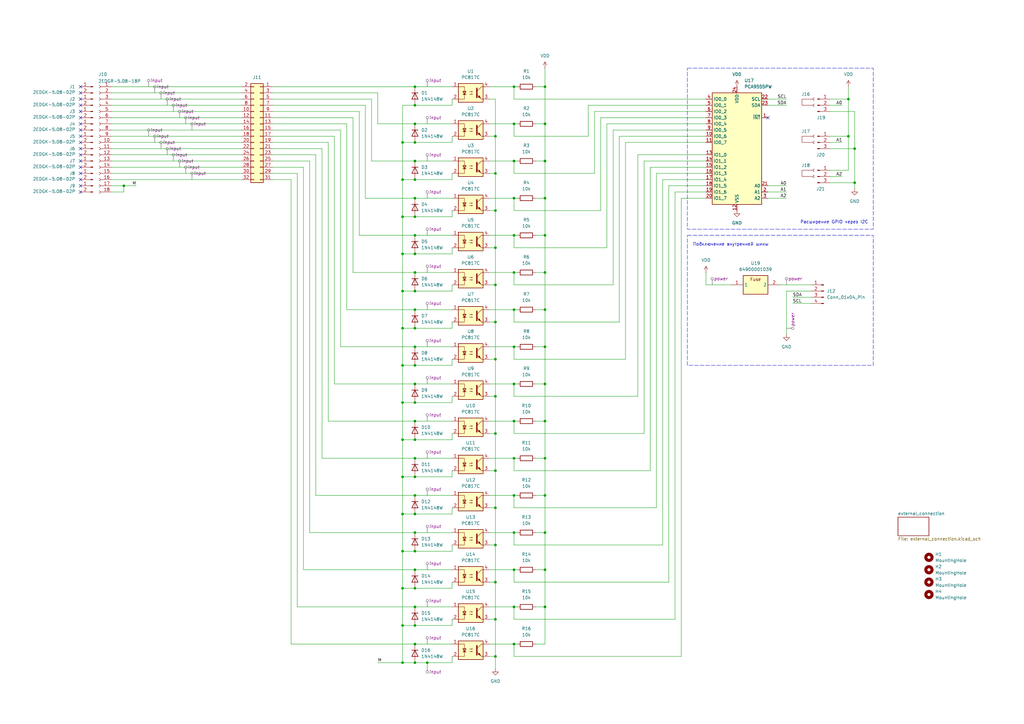
<source format=kicad_sch>
(kicad_sch (version 20231120) (generator "eeschema") (generator_version "8.0")
  (paper "A3")
  (title_block (title "Модуль PM-DI16-base"))
  (junction (at 170.18 157.48))
  (junction (at 165.1 119.38))
  (junction (at 210.82 96.52))
  (junction (at 210.82 248.92))
  (junction (at 203.2 162.56))
  (junction (at 223.52 111.76))
  (junction (at 223.52 35.56))
  (junction (at 170.18 180.34))
  (junction (at 223.52 127))
  (junction (at 170.18 66.04))
  (junction (at 165.1 210.82))
  (junction (at 170.18 218.44))
  (junction (at 170.18 43.18))
  (junction (at 170.18 248.92))
  (junction (at 203.2 177.8))
  (junction (at 210.82 66.04))
  (junction (at 210.82 111.76))
  (junction (at 203.2 55.88))
  (junction (at 170.18 256.54))
  (junction (at 203.2 71.12))
  (junction (at 170.18 73.66))
  (junction (at 223.52 96.52))
  (junction (at 165.1 271.78))
  (junction (at 223.52 187.96))
  (junction (at 170.18 210.82))
  (junction (at 223.52 233.68))
  (junction (at 170.18 96.52))
  (junction (at 210.82 157.48))
  (junction (at 223.52 142.24))
  (junction (at 175.26 271.78))
  (junction (at 170.18 226.06))
  (junction (at 203.2 208.28))
  (junction (at 170.18 187.96))
  (junction (at 203.2 132.08))
  (junction (at 170.18 172.72))
  (junction (at 210.82 127))
  (junction (at 210.82 233.68))
  (junction (at 165.1 88.9))
  (junction (at 170.18 58.42))
  (junction (at 350.52 74.93))
  (junction (at 170.18 88.9))
  (junction (at 203.2 193.04))
  (junction (at 210.82 264.16))
  (junction (at 170.18 233.68))
  (junction (at 165.1 104.14))
  (junction (at 203.2 223.52))
  (junction (at 170.18 104.14))
  (junction (at 223.52 81.28))
  (junction (at 170.18 264.16))
  (junction (at 165.1 165.1))
  (junction (at 170.18 111.76))
  (junction (at 223.52 157.48))
  (junction (at 165.1 180.34))
  (junction (at 170.18 195.58))
  (junction (at 165.1 134.62))
  (junction (at 210.82 187.96))
  (junction (at 170.18 50.8))
  (junction (at 170.18 127))
  (junction (at 170.18 241.3))
  (junction (at 347.98 40.64))
  (junction (at 223.52 248.92))
  (junction (at 347.98 55.88))
  (junction (at 165.1 149.86))
  (junction (at 165.1 256.54))
  (junction (at 203.2 238.76))
  (junction (at 203.2 116.84))
  (junction (at 170.18 81.28))
  (junction (at 210.82 81.28))
  (junction (at 203.2 147.32))
  (junction (at 170.18 119.38))
  (junction (at 203.2 269.24))
  (junction (at 210.82 203.2))
  (junction (at 170.18 271.78))
  (junction (at 210.82 172.72))
  (junction (at 165.1 226.06))
  (junction (at 210.82 35.56))
  (junction (at 165.1 195.58))
  (junction (at 210.82 142.24))
  (junction (at 210.82 218.44))
  (junction (at 203.2 254))
  (junction (at 223.52 172.72))
  (junction (at 350.52 60.96))
  (junction (at 170.18 142.24))
  (junction (at 170.18 165.1))
  (junction (at 170.18 35.56))
  (junction (at 50.8 76.2))
  (junction (at 170.18 134.62))
  (junction (at 170.18 203.2))
  (junction (at 210.82 50.8))
  (junction (at 170.18 149.86))
  (junction (at 223.52 203.2))
  (junction (at 223.52 66.04))
  (junction (at 223.52 218.44))
  (junction (at 165.1 58.42))
  (junction (at 203.2 101.6))
  (junction (at 203.2 86.36))
  (junction (at 223.52 50.8))
  (junction (at 165.1 241.3))
  (junction (at 165.1 73.66))
  (no_connect (at 33.02 71.12))
  (no_connect (at 33.02 58.42))
  (no_connect (at 33.02 55.88))
  (no_connect (at 33.02 43.18))
  (no_connect (at 33.02 68.58))
  (no_connect (at 33.02 38.1))
  (no_connect (at 33.02 73.66))
  (no_connect (at 33.02 48.26))
  (no_connect (at 33.02 78.74))
  (no_connect (at 33.02 40.64))
  (no_connect (at 33.02 53.34))
  (no_connect (at 33.02 60.96))
  (no_connect (at 33.02 76.2))
  (no_connect (at 33.02 45.72))
  (no_connect (at 33.02 63.5))
  (no_connect (at 314.96 48.26))
  (no_connect (at 33.02 66.04))
  (no_connect (at 33.02 50.8))
  (no_connect (at 33.02 35.56))
  (wire (pts (xy 185.42 104.14) (xy 185.42 101.6)))
  (wire (pts (xy 165.1 241.3) (xy 170.18 241.3)))
  (wire (pts (xy 111.76 53.34) (xy 139.7 53.34)))
  (wire (pts (xy 203.2 86.36) (xy 203.2 101.6)))
  (wire (pts (xy 210.82 127) (xy 212.09 127)))
  (wire (pts (xy 223.52 66.04) (xy 223.52 81.28)))
  (wire (pts (xy 170.18 111.76) (xy 185.42 111.76)))
  (wire (pts (xy 185.42 241.3) (xy 185.42 238.76)))
  (wire (pts (xy 165.1 210.82) (xy 170.18 210.82)))
  (wire (pts (xy 185.42 119.38) (xy 185.42 116.84)))
  (wire (pts (xy 219.71 187.96) (xy 223.52 187.96)))
  (wire (pts (xy 45.72 45.72) (xy 99.06 45.72)))
  (wire (pts (xy 200.66 111.76) (xy 210.82 111.76)))
  (wire (pts (xy 185.42 134.62) (xy 185.42 132.08)))
  (wire (pts (xy 266.7 193.04) (xy 266.7 68.58)))
  (wire (pts (xy 223.52 187.96) (xy 223.52 203.2)))
  (wire (pts (xy 261.62 63.5) (xy 261.62 162.56)))
  (wire (pts (xy 203.2 254) (xy 203.2 269.24)))
  (wire (pts (xy 127 218.44) (xy 170.18 218.44)))
  (wire (pts (xy 203.2 71.12) (xy 203.2 86.36)))
  (wire (pts (xy 200.66 162.56) (xy 203.2 162.56)))
  (wire (pts (xy 210.82 116.84) (xy 251.46 116.84)))
  (wire (pts (xy 210.82 66.04) (xy 210.82 71.12)))
  (wire (pts (xy 175.26 273.05) (xy 175.26 271.78)))
  (wire (pts (xy 340.36 55.88) (xy 347.98 55.88)))
  (wire (pts (xy 314.96 81.28) (xy 322.58 81.28)))
  (wire (pts (xy 111.76 35.56) (xy 170.18 35.56)))
  (wire (pts (xy 210.82 203.2) (xy 210.82 208.28)))
  (wire (pts (xy 200.66 50.8) (xy 210.82 50.8)))
  (wire (pts (xy 210.82 187.96) (xy 210.82 193.04)))
  (wire (pts (xy 129.54 203.2) (xy 170.18 203.2)))
  (wire (pts (xy 175.26 271.78) (xy 185.42 271.78)))
  (wire (pts (xy 165.1 256.54) (xy 170.18 256.54)))
  (wire (pts (xy 200.66 35.56) (xy 210.82 35.56)))
  (wire (pts (xy 170.18 119.38) (xy 185.42 119.38)))
  (wire (pts (xy 322.58 119.38) (xy 322.58 137.16)))
  (wire (pts (xy 200.66 132.08) (xy 203.2 132.08)))
  (wire (pts (xy 210.82 223.52) (xy 271.78 223.52)))
  (wire (pts (xy 129.54 63.5) (xy 111.76 63.5)))
  (wire (pts (xy 45.72 48.26) (xy 99.06 48.26)))
  (wire (pts (xy 139.7 142.24) (xy 170.18 142.24)))
  (wire (pts (xy 223.52 157.48) (xy 223.52 172.72)))
  (wire (pts (xy 170.18 81.28) (xy 185.42 81.28)))
  (wire (pts (xy 152.4 66.04) (xy 152.4 40.64)))
  (wire (pts (xy 165.1 134.62) (xy 170.18 134.62)))
  (wire (pts (xy 165.1 180.34) (xy 170.18 180.34)))
  (wire (pts (xy 165.1 134.62) (xy 165.1 149.86)))
  (wire (pts (xy 200.66 96.52) (xy 210.82 96.52)))
  (wire (pts (xy 45.72 60.96) (xy 99.06 60.96)))
  (wire (pts (xy 200.66 269.24) (xy 203.2 269.24)))
  (wire (pts (xy 45.72 76.2) (xy 50.8 76.2)))
  (wire (pts (xy 210.82 264.16) (xy 210.82 269.24)))
  (wire (pts (xy 45.72 40.64) (xy 99.06 40.64)))
  (wire (pts (xy 170.18 172.72) (xy 185.42 172.72)))
  (wire (pts (xy 165.1 149.86) (xy 165.1 165.1)))
  (wire (pts (xy 210.82 127) (xy 210.82 132.08)))
  (wire (pts (xy 314.96 43.18) (xy 322.58 43.18)))
  (wire (pts (xy 210.82 142.24) (xy 212.09 142.24)))
  (wire (pts (xy 223.52 50.8) (xy 223.52 66.04)))
  (wire (pts (xy 241.3 43.18) (xy 289.56 43.18)))
  (wire (pts (xy 325.12 124.46) (xy 332.74 124.46)))
  (wire (pts (xy 111.76 43.18) (xy 149.86 43.18)))
  (wire (pts (xy 170.18 142.24) (xy 185.42 142.24)))
  (wire (pts (xy 314.96 40.64) (xy 322.58 40.64)))
  (wire (pts (xy 340.36 60.96) (xy 350.52 60.96)))
  (wire (pts (xy 170.18 195.58) (xy 185.42 195.58)))
  (wire (pts (xy 203.2 55.88) (xy 203.2 71.12)))
  (wire (pts (xy 45.72 35.56) (xy 99.06 35.56)))
  (wire (pts (xy 170.18 50.8) (xy 185.42 50.8)))
  (wire (pts (xy 289.56 81.28) (xy 279.4 81.28)))
  (wire (pts (xy 203.2 208.28) (xy 203.2 223.52)))
  (wire (pts (xy 219.71 111.76) (xy 223.52 111.76)))
  (wire (pts (xy 121.92 71.12) (xy 121.92 248.92)))
  (wire (pts (xy 170.18 96.52) (xy 185.42 96.52)))
  (wire (pts (xy 203.2 132.08) (xy 203.2 147.32)))
  (wire (pts (xy 219.71 203.2) (xy 223.52 203.2)))
  (wire (pts (xy 170.18 256.54) (xy 185.42 256.54)))
  (wire (pts (xy 111.76 50.8) (xy 142.24 50.8)))
  (wire (pts (xy 170.18 187.96) (xy 185.42 187.96)))
  (wire (pts (xy 210.82 96.52) (xy 210.82 101.6)))
  (wire (pts (xy 132.08 187.96) (xy 170.18 187.96)))
  (wire (pts (xy 170.18 264.16) (xy 185.42 264.16)))
  (wire (pts (xy 243.84 45.72) (xy 243.84 71.12)))
  (wire (pts (xy 223.52 96.52) (xy 223.52 111.76)))
  (wire (pts (xy 185.42 162.56) (xy 185.42 165.1)))
  (wire (pts (xy 223.52 218.44) (xy 223.52 233.68)))
  (wire (pts (xy 223.52 35.56) (xy 223.52 50.8)))
  (wire (pts (xy 165.1 226.06) (xy 170.18 226.06)))
  (wire (pts (xy 210.82 86.36) (xy 246.38 86.36)))
  (wire (pts (xy 165.1 73.66) (xy 170.18 73.66)))
  (wire (pts (xy 210.82 101.6) (xy 248.92 101.6)))
  (wire (pts (xy 200.66 264.16) (xy 210.82 264.16)))
  (wire (pts (xy 347.98 40.64) (xy 347.98 55.88)))
  (wire (pts (xy 165.1 58.42) (xy 170.18 58.42)))
  (wire (pts (xy 210.82 111.76) (xy 212.09 111.76)))
  (wire (pts (xy 165.1 195.58) (xy 165.1 210.82)))
  (wire (pts (xy 210.82 142.24) (xy 210.82 147.32)))
  (wire (pts (xy 165.1 226.06) (xy 165.1 241.3)))
  (wire (pts (xy 137.16 157.48) (xy 170.18 157.48)))
  (wire (pts (xy 271.78 223.52) (xy 271.78 73.66)))
  (wire (pts (xy 45.72 78.74) (xy 50.8 78.74)))
  (wire (pts (xy 210.82 248.92) (xy 210.82 254)))
  (wire (pts (xy 203.2 193.04) (xy 203.2 208.28)))
  (wire (pts (xy 200.66 66.04) (xy 210.82 66.04)))
  (wire (pts (xy 279.4 81.28) (xy 279.4 269.24)))
  (wire (pts (xy 289.56 63.5) (xy 261.62 63.5)))
  (wire (pts (xy 154.94 271.78) (xy 165.1 271.78)))
  (wire (pts (xy 165.1 165.1) (xy 165.1 180.34)))
  (wire (pts (xy 203.2 223.52) (xy 203.2 238.76)))
  (wire (pts (xy 200.66 116.84) (xy 203.2 116.84)))
  (wire (pts (xy 219.71 50.8) (xy 223.52 50.8)))
  (wire (pts (xy 223.52 142.24) (xy 223.52 157.48)))
  (wire (pts (xy 45.72 66.04) (xy 99.06 66.04)))
  (wire (pts (xy 269.24 71.12) (xy 269.24 208.28)))
  (wire (pts (xy 165.1 43.18) (xy 165.1 58.42)))
  (wire (pts (xy 276.86 78.74) (xy 289.56 78.74)))
  (wire (pts (xy 347.98 40.64) (xy 347.98 35.56)))
  (wire (pts (xy 165.1 119.38) (xy 165.1 134.62)))
  (wire (pts (xy 45.72 58.42) (xy 99.06 58.42)))
  (wire (pts (xy 219.71 233.68) (xy 223.52 233.68)))
  (wire (pts (xy 185.42 256.54) (xy 185.42 254)))
  (wire (pts (xy 170.18 226.06) (xy 185.42 226.06)))
  (wire (pts (xy 147.32 96.52) (xy 170.18 96.52)))
  (wire (pts (xy 185.42 58.42) (xy 185.42 55.88)))
  (wire (pts (xy 45.72 38.1) (xy 99.06 38.1)))
  (wire (pts (xy 200.66 248.92) (xy 210.82 248.92)))
  (wire (pts (xy 203.2 101.6) (xy 203.2 116.84)))
  (wire (pts (xy 124.46 68.58) (xy 124.46 233.68)))
  (wire (pts (xy 210.82 55.88) (xy 241.3 55.88)))
  (wire (pts (xy 170.18 58.42) (xy 185.42 58.42)))
  (wire (pts (xy 45.72 50.8) (xy 99.06 50.8)))
  (wire (pts (xy 45.72 71.12) (xy 99.06 71.12)))
  (wire (pts (xy 154.94 50.8) (xy 154.94 38.1)))
  (wire (pts (xy 142.24 127) (xy 142.24 50.8)))
  (wire (pts (xy 200.66 187.96) (xy 210.82 187.96)))
  (wire (pts (xy 289.56 116.84) (xy 289.56 111.76)))
  (wire (pts (xy 185.42 226.06) (xy 185.42 223.52)))
  (wire (pts (xy 203.2 162.56) (xy 203.2 177.8)))
  (wire (pts (xy 165.1 73.66) (xy 165.1 88.9)))
  (wire (pts (xy 210.82 50.8) (xy 210.82 55.88)))
  (wire (pts (xy 340.36 40.64) (xy 347.98 40.64)))
  (wire (pts (xy 170.18 104.14) (xy 185.42 104.14)))
  (wire (pts (xy 350.52 60.96) (xy 350.52 74.93)))
  (wire (pts (xy 119.38 73.66) (xy 111.76 73.66)))
  (wire (pts (xy 45.72 53.34) (xy 99.06 53.34)))
  (wire (pts (xy 147.32 96.52) (xy 147.32 45.72)))
  (wire (pts (xy 127 66.04) (xy 127 218.44)))
  (wire (pts (xy 210.82 81.28) (xy 210.82 86.36)))
  (wire (pts (xy 210.82 218.44) (xy 210.82 223.52)))
  (wire (pts (xy 219.71 264.16) (xy 223.52 264.16)))
  (wire (pts (xy 165.1 165.1) (xy 170.18 165.1)))
  (wire (pts (xy 45.72 68.58) (xy 99.06 68.58)))
  (wire (pts (xy 210.82 50.8) (xy 212.09 50.8)))
  (wire (pts (xy 223.52 127) (xy 223.52 142.24)))
  (wire (pts (xy 210.82 162.56) (xy 261.62 162.56)))
  (wire (pts (xy 340.36 45.72) (xy 350.52 45.72)))
  (wire (pts (xy 200.66 147.32) (xy 203.2 147.32)))
  (wire (pts (xy 210.82 187.96) (xy 212.09 187.96)))
  (wire (pts (xy 200.66 81.28) (xy 210.82 81.28)))
  (wire (pts (xy 219.71 81.28) (xy 223.52 81.28)))
  (wire (pts (xy 170.18 66.04) (xy 185.42 66.04)))
  (wire (pts (xy 45.72 63.5) (xy 99.06 63.5)))
  (wire (pts (xy 200.66 238.76) (xy 203.2 238.76)))
  (wire (pts (xy 170.18 165.1) (xy 185.42 165.1)))
  (wire (pts (xy 200.66 203.2) (xy 210.82 203.2)))
  (wire (pts (xy 154.94 50.8) (xy 170.18 50.8)))
  (wire (pts (xy 170.18 241.3) (xy 185.42 241.3)))
  (wire (pts (xy 185.42 195.58) (xy 185.42 193.04)))
  (wire (pts (xy 223.52 27.94) (xy 223.52 35.56)))
  (wire (pts (xy 165.1 256.54) (xy 165.1 271.78)))
  (wire (pts (xy 152.4 66.04) (xy 170.18 66.04)))
  (wire (pts (xy 210.82 172.72) (xy 212.09 172.72)))
  (wire (pts (xy 210.82 218.44) (xy 212.09 218.44)))
  (wire (pts (xy 274.32 76.2) (xy 274.32 238.76)))
  (wire (pts (xy 144.78 111.76) (xy 170.18 111.76)))
  (wire (pts (xy 185.42 271.78) (xy 185.42 269.24)))
  (wire (pts (xy 200.66 172.72) (xy 210.82 172.72)))
  (wire (pts (xy 320.04 116.84) (xy 332.74 116.84)))
  (wire (pts (xy 219.71 96.52) (xy 223.52 96.52)))
  (wire (pts (xy 254 55.88) (xy 254 132.08)))
  (wire (pts (xy 340.36 69.85) (xy 347.98 69.85)))
  (wire (pts (xy 111.76 48.26) (xy 144.78 48.26)))
  (wire (pts (xy 241.3 43.18) (xy 241.3 55.88)))
  (wire (pts (xy 210.82 172.72) (xy 210.82 177.8)))
  (wire (pts (xy 203.2 177.8) (xy 203.2 193.04)))
  (wire (pts (xy 170.18 218.44) (xy 185.42 218.44)))
  (wire (pts (xy 210.82 157.48) (xy 210.82 162.56)))
  (wire (pts (xy 134.62 58.42) (xy 134.62 172.72)))
  (wire (pts (xy 256.54 58.42) (xy 256.54 147.32)))
  (wire (pts (xy 165.1 149.86) (xy 170.18 149.86)))
  (wire (pts (xy 200.66 157.48) (xy 210.82 157.48)))
  (wire (pts (xy 210.82 264.16) (xy 212.09 264.16)))
  (wire (pts (xy 200.66 193.04) (xy 203.2 193.04)))
  (wire (pts (xy 210.82 269.24) (xy 279.4 269.24)))
  (wire (pts (xy 332.74 119.38) (xy 322.58 119.38)))
  (wire (pts (xy 111.76 55.88) (xy 137.16 55.88)))
  (wire (pts (xy 165.1 88.9) (xy 170.18 88.9)))
  (wire (pts (xy 210.82 40.64) (xy 289.56 40.64)))
  (wire (pts (xy 170.18 180.34) (xy 185.42 180.34)))
  (wire (pts (xy 165.1 104.14) (xy 170.18 104.14)))
  (wire (pts (xy 200.66 71.12) (xy 203.2 71.12)))
  (wire (pts (xy 340.36 58.42) (xy 345.44 58.42)))
  (wire (pts (xy 314.96 76.2) (xy 322.58 76.2)))
  (wire (pts (xy 129.54 63.5) (xy 129.54 203.2)))
  (wire (pts (xy 203.2 269.24) (xy 203.2 274.32)))
  (wire (pts (xy 200.66 40.64) (xy 203.2 40.64)))
  (wire (pts (xy 165.1 119.38) (xy 170.18 119.38)))
  (wire (pts (xy 170.18 149.86) (xy 185.42 149.86)))
  (wire (pts (xy 50.8 78.74) (xy 50.8 76.2)))
  (wire (pts (xy 165.1 271.78) (xy 170.18 271.78)))
  (wire (pts (xy 210.82 177.8) (xy 264.16 177.8)))
  (wire (pts (xy 144.78 111.76) (xy 144.78 48.26)))
  (wire (pts (xy 210.82 81.28) (xy 212.09 81.28)))
  (wire (pts (xy 203.2 147.32) (xy 203.2 162.56)))
  (wire (pts (xy 200.66 127) (xy 210.82 127)))
  (wire (pts (xy 210.82 193.04) (xy 266.7 193.04)))
  (wire (pts (xy 219.71 66.04) (xy 223.52 66.04)))
  (wire (pts (xy 289.56 116.84) (xy 299.72 116.84)))
  (wire (pts (xy 124.46 68.58) (xy 111.76 68.58)))
  (wire (pts (xy 111.76 60.96) (xy 132.08 60.96)))
  (wire (pts (xy 314.96 78.74) (xy 322.58 78.74)))
  (wire (pts (xy 340.36 72.39) (xy 345.44 72.39)))
  (wire (pts (xy 210.82 157.48) (xy 212.09 157.48)))
  (wire (pts (xy 165.1 58.42) (xy 165.1 73.66)))
  (wire (pts (xy 165.1 104.14) (xy 165.1 119.38)))
  (wire (pts (xy 170.18 233.68) (xy 185.42 233.68)))
  (wire (pts (xy 139.7 142.24) (xy 139.7 53.34)))
  (wire (pts (xy 210.82 132.08) (xy 254 132.08)))
  (wire (pts (xy 50.8 76.2) (xy 55.88 76.2)))
  (wire (pts (xy 111.76 66.04) (xy 127 66.04)))
  (wire (pts (xy 219.71 127) (xy 223.52 127)))
  (wire (pts (xy 219.71 218.44) (xy 223.52 218.44)))
  (wire (pts (xy 45.72 43.18) (xy 99.06 43.18)))
  (wire (pts (xy 219.71 142.24) (xy 223.52 142.24)))
  (wire (pts (xy 340.36 43.18) (xy 345.44 43.18)))
  (wire (pts (xy 185.42 88.9) (xy 185.42 86.36)))
  (wire (pts (xy 243.84 45.72) (xy 289.56 45.72)))
  (wire (pts (xy 289.56 66.04) (xy 264.16 66.04)))
  (wire (pts (xy 210.82 111.76) (xy 210.82 116.84)))
  (wire (pts (xy 165.1 210.82) (xy 165.1 226.06)))
  (wire (pts (xy 223.52 233.68) (xy 223.52 248.92)))
  (wire (pts (xy 210.82 208.28) (xy 269.24 208.28)))
  (wire (pts (xy 246.38 48.26) (xy 289.56 48.26)))
  (wire (pts (xy 165.1 43.18) (xy 170.18 43.18)))
  (wire (pts (xy 185.42 149.86) (xy 185.42 147.32)))
  (wire (pts (xy 170.18 73.66) (xy 185.42 73.66)))
  (wire (pts (xy 132.08 60.96) (xy 132.08 187.96)))
  (wire (pts (xy 165.1 88.9) (xy 165.1 104.14)))
  (wire (pts (xy 223.52 172.72) (xy 223.52 187.96)))
  (wire (pts (xy 340.36 74.93) (xy 350.52 74.93)))
  (wire (pts (xy 210.82 248.92) (xy 212.09 248.92)))
  (wire (pts (xy 251.46 53.34) (xy 251.46 116.84)))
  (wire (pts (xy 111.76 38.1) (xy 154.94 38.1)))
  (wire (pts (xy 223.52 203.2) (xy 223.52 218.44)))
  (wire (pts (xy 200.66 223.52) (xy 203.2 223.52)))
  (wire (pts (xy 119.38 73.66) (xy 119.38 264.16)))
  (wire (pts (xy 185.42 73.66) (xy 185.42 71.12)))
  (wire (pts (xy 134.62 58.42) (xy 111.76 58.42)))
  (wire (pts (xy 289.56 76.2) (xy 274.32 76.2)))
  (wire (pts (xy 200.66 218.44) (xy 210.82 218.44)))
  (wire (pts (xy 200.66 254) (xy 203.2 254)))
  (wire (pts (xy 203.2 40.64) (xy 203.2 55.88)))
  (wire (pts (xy 170.18 35.56) (xy 185.42 35.56)))
  (wire (pts (xy 210.82 35.56) (xy 210.82 40.64)))
  (wire (pts (xy 45.72 55.88) (xy 99.06 55.88)))
  (wire (pts (xy 119.38 264.16) (xy 170.18 264.16)))
  (wire (pts (xy 200.66 86.36) (xy 203.2 86.36)))
  (wire (pts (xy 223.52 81.28) (xy 223.52 96.52)))
  (wire (pts (xy 203.2 238.76) (xy 203.2 254)))
  (wire (pts (xy 121.92 248.92) (xy 170.18 248.92)))
  (wire (pts (xy 165.1 180.34) (xy 165.1 195.58)))
  (wire (pts (xy 219.71 35.56) (xy 223.52 35.56)))
  (wire (pts (xy 165.1 195.58) (xy 170.18 195.58)))
  (wire (pts (xy 210.82 71.12) (xy 243.84 71.12)))
  (wire (pts (xy 111.76 45.72) (xy 147.32 45.72)))
  (wire (pts (xy 276.86 254) (xy 276.86 78.74)))
  (wire (pts (xy 45.72 73.66) (xy 99.06 73.66)))
  (wire (pts (xy 142.24 127) (xy 170.18 127)))
  (wire (pts (xy 248.92 50.8) (xy 248.92 101.6)))
  (wire (pts (xy 219.71 157.48) (xy 223.52 157.48)))
  (wire (pts (xy 210.82 238.76) (xy 274.32 238.76)))
  (wire (pts (xy 266.7 68.58) (xy 289.56 68.58)))
  (wire (pts (xy 210.82 203.2) (xy 212.09 203.2)))
  (wire (pts (xy 289.56 71.12) (xy 269.24 71.12)))
  (wire (pts (xy 210.82 233.68) (xy 210.82 238.76)))
  (wire (pts (xy 251.46 53.34) (xy 289.56 53.34)))
  (wire (pts (xy 170.18 248.92) (xy 185.42 248.92)))
  (wire (pts (xy 170.18 88.9) (xy 185.42 88.9)))
  (wire (pts (xy 200.66 101.6) (xy 203.2 101.6)))
  (wire (pts (xy 170.18 134.62) (xy 185.42 134.62)))
  (wire (pts (xy 271.78 73.66) (xy 289.56 73.66)))
  (wire (pts (xy 185.42 40.64) (xy 185.42 43.18)))
  (wire (pts (xy 210.82 233.68) (xy 212.09 233.68)))
  (wire (pts (xy 254 55.88) (xy 289.56 55.88)))
  (wire (pts (xy 210.82 96.52) (xy 212.09 96.52)))
  (wire (pts (xy 347.98 55.88) (xy 347.98 69.85)))
  (wire (pts (xy 248.92 50.8) (xy 289.56 50.8)))
  (wire (pts (xy 170.18 157.48) (xy 185.42 157.48)))
  (wire (pts (xy 350.52 45.72) (xy 350.52 60.96)))
  (wire (pts (xy 350.52 74.93) (xy 350.52 77.47)))
  (wire (pts (xy 149.86 81.28) (xy 149.86 43.18)))
  (wire (pts (xy 200.66 177.8) (xy 203.2 177.8)))
  (wire (pts (xy 200.66 208.28) (xy 203.2 208.28)))
  (wire (pts (xy 170.18 210.82) (xy 185.42 210.82)))
  (wire (pts (xy 219.71 248.92) (xy 223.52 248.92)))
  (wire (pts (xy 210.82 66.04) (xy 212.09 66.04)))
  (wire (pts (xy 124.46 233.68) (xy 170.18 233.68)))
  (wire (pts (xy 325.12 121.92) (xy 332.74 121.92)))
  (wire (pts (xy 210.82 147.32) (xy 256.54 147.32)))
  (wire (pts (xy 185.42 210.82) (xy 185.42 208.28)))
  (wire (pts (xy 200.66 233.68) (xy 210.82 233.68)))
  (wire (pts (xy 264.16 66.04) (xy 264.16 177.8)))
  (wire (pts (xy 149.86 81.28) (xy 170.18 81.28)))
  (wire (pts (xy 200.66 142.24) (xy 210.82 142.24)))
  (wire (pts (xy 219.71 172.72) (xy 223.52 172.72)))
  (wire (pts (xy 111.76 71.12) (xy 121.92 71.12)))
  (wire (pts (xy 134.62 172.72) (xy 170.18 172.72)))
  (wire (pts (xy 111.76 40.64) (xy 152.4 40.64)))
  (wire (pts (xy 170.18 127) (xy 185.42 127)))
  (wire (pts (xy 223.52 248.92) (xy 223.52 264.16)))
  (wire (pts (xy 170.18 203.2) (xy 185.42 203.2)))
  (wire (pts (xy 137.16 55.88) (xy 137.16 157.48)))
  (wire (pts (xy 210.82 254) (xy 276.86 254)))
  (wire (pts (xy 223.52 111.76) (xy 223.52 127)))
  (wire (pts (xy 256.54 58.42) (xy 289.56 58.42)))
  (wire (pts (xy 185.42 180.34) (xy 185.42 177.8)))
  (wire (pts (xy 203.2 116.84) (xy 203.2 132.08)))
  (wire (pts (xy 170.18 271.78) (xy 175.26 271.78)))
  (wire (pts (xy 210.82 35.56) (xy 212.09 35.56)))
  (wire (pts (xy 200.66 55.88) (xy 203.2 55.88)))
  (wire (pts (xy 246.38 48.26) (xy 246.38 86.36)))
  (wire (pts (xy 165.1 241.3) (xy 165.1 256.54)))
  (wire (pts (xy 170.18 43.18) (xy 185.42 43.18)))
  (rectangle (start 281.94 27.94) (end 358.14 93.98) (stroke (width 0) (type dash)))
  (rectangle (start 281.94 96.52) (end 358.14 149.86) (stroke (width 0) (type dash)))
  (text "Расширение GPIO через I2C" (at 342.138 91.186 0) (effects (font (size 1.27 1.27))))
  (text "Подключение внутренней шины" (at 299.72 100.33 0) (effects (font (size 1.27 1.27))))
  (label "SCL" (at 322.58 40.64 180))
  (label "A1" (at 345.44 58.42 180))
  (label "A2" (at 322.58 81.28 180))
  (label "M" (at 55.88 76.2 180))
  (label "SDA" (at 325.12 121.92 0))
  (label "SDA" (at 322.58 43.18 180))
  (label "A0" (at 345.44 43.18 180))
  (label "A0" (at 322.58 76.2 180))
  (label "A1" (at 322.58 78.74 180))
  (label "A2" (at 345.44 72.39 180))
  (label "SCL" (at 325.12 124.46 0))
  (label "M" (at 154.94 271.78 0))
  (netclass_flag "" (length 2.54) (shape round) (at 76.2 71.12 0) (property "Netclass" "input" (at 76.8985 68.58 0) (effects (font (italic yes)) (justify left))))
  (netclass_flag "" (length 2.54) (shape round) (at 175.26 96.52 0) (property "Netclass" "input" (at 175.9585 93.98 0) (effects (font (italic yes)) (justify left))))
  (netclass_flag "" (length 2.54) (shape round) (at 292.1 116.84 0) (property "Netclass" "power" (at 292.7985 114.3 0) (effects (font (italic yes)) (justify left))))
  (netclass_flag "" (length 2.54) (shape round) (at 175.26 218.44 0) (property "Netclass" "input" (at 175.9585 215.9 0) (effects (font (italic yes)) (justify left))))
  (netclass_flag "" (length 2.54) (shape round) (at 78.74 53.34 0) (property "Netclass" "input" (at 79.4385 50.8 0) (effects (font (italic yes)) (justify left))))
  (netclass_flag "" (length 2.54) (shape round) (at 175.26 264.16 0) (property "Netclass" "input" (at 175.9585 261.62 0) (effects (font (italic yes)) (justify left))))
  (netclass_flag "" (length 2.54) (shape round) (at 68.58 43.18 0) (property "Netclass" "input" (at 69.2785 40.64 0) (effects (font (italic yes)) (justify left))))
  (netclass_flag "" (length 2.54) (shape round) (at 175.26 172.72 0) (property "Netclass" "input" (at 175.9585 170.18 0) (effects (font (italic yes)) (justify left))))
  (netclass_flag "" (length 2.54) (shape round) (at 71.12 66.04 0) (property "Netclass" "input" (at 71.8185 63.5 0) (effects (font (italic yes)) (justify left))))
  (netclass_flag "" (length 2.54) (shape round) (at 60.96 35.56 0) (property "Netclass" "input" (at 61.6585 33.02 0) (effects (font (italic yes)) (justify left))))
  (netclass_flag "" (length 2.54) (shape round) (at 175.26 233.68 0) (property "Netclass" "input" (at 175.9585 231.14 0) (effects (font (italic yes)) (justify left))))
  (netclass_flag "" (length 2.54) (shape round) (at 63.5 58.42 0) (property "Netclass" "input" (at 64.1985 55.88 0) (effects (font (italic yes)) (justify left))))
  (netclass_flag "" (length 2.54) (shape round) (at 73.66 68.58 0) (property "Netclass" "input" (at 74.3585 66.04 0) (effects (font (italic yes)) (justify left))))
  (netclass_flag "" (length 2.54) (shape round) (at 66.04 40.64 0) (property "Netclass" "input" (at 66.7385 38.1 0) (effects (font (italic yes)) (justify left))))
  (netclass_flag "" (length 2.54) (shape round) (at 78.74 73.66 0) (property "Netclass" "input" (at 79.4385 71.12 0) (effects (font (italic yes)) (justify left))))
  (netclass_flag "" (length 2.54) (shape round) (at 68.58 63.5 0) (property "Netclass" "input" (at 69.2785 60.96 0) (effects (font (italic yes)) (justify left))))
  (netclass_flag "" (length 2.54) (shape round) (at 322.58 116.84 0) (property "Netclass" "power" (at 323.2785 114.3 0) (effects (font (italic yes)) (justify left))))
  (netclass_flag "" (length 2.54) (shape round) (at 175.26 66.04 0) (property "Netclass" "input" (at 175.9585 63.5 0) (effects (font (italic yes)) (justify left))))
  (netclass_flag "" (length 2.54) (shape round) (at 71.12 45.72 0) (property "Netclass" "input" (at 71.8185 43.18 0) (effects (font (italic yes)) (justify left))))
  (netclass_flag "" (length 2.54) (shape round) (at 175.26 81.28 0) (property "Netclass" "input" (at 175.9585 78.74 0) (effects (font (italic yes)) (justify left))))
  (netclass_flag "" (length 2.54) (shape round) (at 175.26 187.96 0) (property "Netclass" "input" (at 175.9585 185.42 0) (effects (font (italic yes)) (justify left))))
  (netclass_flag "" (length 2.54) (shape round) (at 60.96 55.88 0) (property "Netclass" "input" (at 61.6585 53.34 0) (effects (font (italic yes)) (justify left))))
  (netclass_flag "" (length 2.54) (shape round) (at 175.26 157.48 0) (property "Netclass" "input" (at 175.9585 154.94 0) (effects (font (italic yes)) (justify left))))
  (netclass_flag "" (length 2.54) (shape round) (at 73.66 48.26 0) (property "Netclass" "input" (at 74.3585 45.72 0) (effects (font (italic yes)) (justify left))))
  (netclass_flag "" (length 2.54) (shape round) (at 63.5 38.1 0) (property "Netclass" "input" (at 64.1985 35.56 0) (effects (font (italic yes)) (justify left))))
  (netclass_flag "" (length 2.54) (shape round) (at 66.04 60.96 0) (property "Netclass" "input" (at 66.7385 58.42 0) (effects (font (italic yes)) (justify left))))
  (netclass_flag "" (length 2.54) (shape round) (at 175.26 273.05 180) (property "Netclass" "input" (at 175.9585 275.59 0) (effects (font (italic yes)) (justify left))))
  (netclass_flag "" (length 2.54) (shape round) (at 175.26 248.92 0) (property "Netclass" "input" (at 175.9585 246.38 0) (effects (font (italic yes)) (justify left))))
  (netclass_flag "" (length 2.54) (shape round) (at 175.26 111.76 0) (property "Netclass" "input" (at 175.9585 109.22 0) (effects (font (italic yes)) (justify left))))
  (netclass_flag "" (length 2.54) (shape round) (at 175.26 50.8 0) (property "Netclass" "input" (at 175.9585 48.26 0) (effects (font (italic yes)) (justify left))))
  (netclass_flag "" (length 2.54) (shape round) (at 175.26 35.56 0) (property "Netclass" "input" (at 175.9585 33.02 0) (effects (font (italic yes)) (justify left))))
  (netclass_flag "" (length 2.54) (shape round) (at 175.26 203.2 0) (property "Netclass" "input" (at 175.9585 200.66 0) (effects (font (italic yes)) (justify left))))
  (netclass_flag "" (length 2.54) (shape round) (at 175.26 127 0) (property "Netclass" "input" (at 175.9585 124.46 0) (effects (font (italic yes)) (justify left))))
  (netclass_flag "" (length 2.54) (shape round) (at 175.26 142.24 0) (property "Netclass" "input" (at 175.9585 139.7 0) (effects (font (italic yes)) (justify left))))
  (netclass_flag "" (length 2.54) (shape round) (at 76.2 50.8 0) (property "Netclass" "input" (at 76.8985 48.26 0) (effects (font (italic yes)) (justify left))))
  (netclass_flag "" (length 2.54) (shape round) (at 322.58 134.62 270) (property "Netclass" "power" (at 325.12 133.9215 90) (effects (font (italic yes)) (justify left))))
  (symbol (lib_id "kicad_inventree_lib:PC817C") (at 193.04 160.02 0) (unit 1)
    (property "Reference" "U9" (at 193.04 151.13 0))
    (property "Value" "PC817C" (at 193.04 153.67 0))
    (property "Footprint" "NextPCB:PC817XI_SOIC254P975X460-4N" (effects (hide yes)))
    (property "Datasheet" "http://inventree.network/part/28/" (effects (hide yes)))
    (property "Description" "DC Optocoupler, Vce 35V, CTR 50-300%, DIP-4" (effects (hide yes)))
    (property "NextPCB_url" "https://www.hqonline.com/product-detail/photocouplers-slkor-pc817c-2500382115" (effects (hide yes)))
    (property "NextPCB_price" "0.03334" (effects (hide yes)))
    (property "part_ipn" "PC817C" (effects (hide yes)))
  )
  (symbol (lib_id "kicad_inventree_lib:R_10k_1206_1%") (at 215.9 111.76 90) (unit 1)
    (property "Reference" "R6" (at 215.9 105.41 90))
    (property "Value" "10k" (at 215.9 107.95 90))
    (property "Footprint" "Resistor_SMD:R_1206_3216Metric_Pad1.30x1.75mm_HandSolder" (effects (hide yes)))
    (property "Datasheet" "http://inventree.network/part/26/" (effects (hide yes)))
    (property "Description" "Resistor" (effects (hide yes)))
    (property "NextPCB_price" "0.00169" (effects (hide yes)))
    (property "NextPCB_url" "https://www.hqonline.com/product-detail/chip-resistors-fojan-frc1206f3301ts-2500354421" (effects (hide yes)))
    (property "part_ipn" "R_10k_1206_1%" (effects (hide yes)))
  )
  (symbol (lib_id "kicad_inventree_lib:Degson_2EDGK-5.08-02P") (at 33.02 35.56 0) (mirror y) (unit 1) (on_board no)
    (property "Reference" "J1" (at 28.448 35.56 0) (effects (justify right)))
    (property "Value" "2EDGK-5.08-02P" (at 13.462 37.846 0) (effects (justify right)))
    (property "Datasheet" "http://inventree.network/part/18/" (effects (hide yes)))
    (property "Description" "Generic connector, single row, 01x02, script generated" (effects (hide yes)))
    (property "NextPCB_url" "https://www.hqonline.com/product-detail/max-maixu--mx2edgk-5-08-02p-gn01-cu-y-a-1027943030" (effects (hide yes)))
    (property "NextPCB_price" "0.11828" (effects (hide yes)))
    (property "part_ipn" "2EDGK-5.08-02P" (effects (hide yes)))
  )
  (symbol (lib_id "kicad_inventree_lib:PC817C") (at 193.04 114.3 0) (unit 1)
    (property "Reference" "U6" (at 193.04 105.41 0))
    (property "Value" "PC817C" (at 193.04 107.95 0))
    (property "Footprint" "NextPCB:PC817XI_SOIC254P975X460-4N" (effects (hide yes)))
    (property "Datasheet" "http://inventree.network/part/28/" (effects (hide yes)))
    (property "Description" "DC Optocoupler, Vce 35V, CTR 50-300%, DIP-4" (effects (hide yes)))
    (property "NextPCB_url" "https://www.hqonline.com/product-detail/photocouplers-slkor-pc817c-2500382115" (effects (hide yes)))
    (property "NextPCB_price" "0.03334" (effects (hide yes)))
    (property "part_ipn" "PC817C" (effects (hide yes)))
  )
  (symbol (lib_id "kicad_inventree_lib:PC817C") (at 193.04 190.5 0) (unit 1)
    (property "Reference" "U11" (at 193.04 181.61 0))
    (property "Value" "PC817C" (at 193.04 184.15 0))
    (property "Footprint" "NextPCB:PC817XI_SOIC254P975X460-4N" (effects (hide yes)))
    (property "Datasheet" "http://inventree.network/part/28/" (effects (hide yes)))
    (property "Description" "DC Optocoupler, Vce 35V, CTR 50-300%, DIP-4" (effects (hide yes)))
    (property "NextPCB_url" "https://www.hqonline.com/product-detail/photocouplers-slkor-pc817c-2500382115" (effects (hide yes)))
    (property "NextPCB_price" "0.03334" (effects (hide yes)))
    (property "part_ipn" "PC817C" (effects (hide yes)))
  )
  (symbol (lib_id "power:GND") (at 350.52 77.47 0) (unit 1)
    (property "Reference" "#PWR09" (effects (hide yes)))
    (property "Value" "GND" (at 350.52 82.55 0))
    (property "Description" "Power symbol creates a global label with name \"GND\" , ground" (effects (hide yes)))
  )
  (symbol (lib_id "power:GND") (at 322.58 137.16 0) (unit 1)
    (property "Reference" "#PWR011" (effects (hide yes)))
    (property "Value" "GND" (at 322.58 142.24 0))
    (property "Description" "Power symbol creates a global label with name \"GND\" , ground" (effects (hide yes)))
  )
  (symbol (lib_id "kicad_inventree_lib:PC817C") (at 193.04 83.82 0) (unit 1)
    (property "Reference" "U4" (at 193.04 74.93 0))
    (property "Value" "PC817C" (at 193.04 77.47 0))
    (property "Footprint" "NextPCB:PC817XI_SOIC254P975X460-4N" (effects (hide yes)))
    (property "Datasheet" "http://inventree.network/part/28/" (effects (hide yes)))
    (property "Description" "DC Optocoupler, Vce 35V, CTR 50-300%, DIP-4" (effects (hide yes)))
    (property "NextPCB_url" "https://www.hqonline.com/product-detail/photocouplers-slkor-pc817c-2500382115" (effects (hide yes)))
    (property "NextPCB_price" "0.03334" (effects (hide yes)))
    (property "part_ipn" "PC817C" (effects (hide yes)))
  )
  (symbol (lib_name "1N4148W_3") (lib_id "kicad_inventree_lib:1N4148W") (at 170.18 54.61 270) (unit 1)
    (property "Reference" "D2" (at 172.72 53.3399 90) (effects (justify left)))
    (property "Value" "1N4148W" (at 172.72 55.8799 90) (effects (justify left)))
    (property "Footprint" "Diode_SMD:D_SOD-123" (effects (hide yes)))
    (property "Datasheet" "http://inventree.network/part/27/" (effects (hide yes)))
    (property "Description" "Diode" (effects (hide yes)))
    (property "Sim.Device" "D" (effects (hide yes)))
    (property "Sim.Pins" "1=K 2=A" (effects (hide yes)))
    (property "MfrPart" "1N4148W" (effects (hide yes)))
    (property "Manufacturer" "Jingdao" (effects (hide yes)))
    (property "HQPart" "DS0143597" (effects (hide yes)))
    (property "NextPCB_price" "0.00811" (effects (hide yes)))
    (property "NextPCB_url" "https://www.hqonline.com/product-detail/switching-diodes--small-signal--st-xianke--1n4148w-2500240525" (effects (hide yes)))
    (property "part_ipn" "1N4148W" (effects (hide yes)))
  )
  (symbol (lib_id "kicad_inventree_lib:R_10k_1206_1%") (at 215.9 264.16 90) (unit 1)
    (property "Reference" "R16" (at 215.9 257.81 90))
    (property "Value" "10k" (at 215.9 260.35 90))
    (property "Footprint" "Resistor_SMD:R_1206_3216Metric_Pad1.30x1.75mm_HandSolder" (effects (hide yes)))
    (property "Datasheet" "http://inventree.network/part/26/" (effects (hide yes)))
    (property "Description" "Resistor" (effects (hide yes)))
    (property "NextPCB_price" "0.00169" (effects (hide yes)))
    (property "NextPCB_url" "https://www.hqonline.com/product-detail/chip-resistors-fojan-frc1206f3301ts-2500354421" (effects (hide yes)))
    (property "part_ipn" "R_10k_1206_1%" (effects (hide yes)))
  )
  (symbol (lib_id "kicad_inventree_lib:Shunt 2.54 Open Top") (at 334.01 67.31 0) (unit 1) (on_board no)
    (property "Reference" "J18" (at 328.676 67.818 0) (effects (justify left)))
    (property "Value" "Shunt 2.54 Open Top" (effects (hide yes)))
    (property "Datasheet" "http://inventree.network/part/25/" (effects (hide yes)))
    (property "part_ipn" "Shunt 2.54 Open Top" (effects (hide yes)))
  )
  (symbol (lib_id "kicad_inventree_lib:R_10k_1206_1%") (at 215.9 66.04 90) (unit 1)
    (property "Reference" "R3" (at 215.9 59.69 90))
    (property "Value" "10k" (at 215.9 62.23 90))
    (property "Footprint" "Resistor_SMD:R_1206_3216Metric_Pad1.30x1.75mm_HandSolder" (effects (hide yes)))
    (property "Datasheet" "http://inventree.network/part/26/" (effects (hide yes)))
    (property "Description" "Resistor" (effects (hide yes)))
    (property "NextPCB_price" "0.00169" (effects (hide yes)))
    (property "NextPCB_url" "https://www.hqonline.com/product-detail/chip-resistors-fojan-frc1206f3301ts-2500354421" (effects (hide yes)))
    (property "part_ipn" "R_10k_1206_1%" (effects (hide yes)))
  )
  (symbol (lib_id "kicad_inventree_lib:PC817C") (at 193.04 236.22 0) (unit 1)
    (property "Reference" "U14" (at 193.04 227.33 0))
    (property "Value" "PC817C" (at 193.04 229.87 0))
    (property "Footprint" "NextPCB:PC817XI_SOIC254P975X460-4N" (effects (hide yes)))
    (property "Datasheet" "http://inventree.network/part/28/" (effects (hide yes)))
    (property "Description" "DC Optocoupler, Vce 35V, CTR 50-300%, DIP-4" (effects (hide yes)))
    (property "NextPCB_url" "https://www.hqonline.com/product-detail/photocouplers-slkor-pc817c-2500382115" (effects (hide yes)))
    (property "NextPCB_price" "0.03334" (effects (hide yes)))
    (property "part_ipn" "PC817C" (effects (hide yes)))
  )
  (symbol (lib_id "kicad_inventree_lib:PCA9555PW") (at 302.26 60.96 0) (mirror y) (unit 1)
    (property "Reference" "U17" (at 305.2765 33.02 0) (effects (justify right)))
    (property "Value" "PCA9555PW" (at 305.2765 35.56 0) (effects (justify right)))
    (property "Footprint" "Package_SO:TSSOP-24_4.4x7.8mm_P0.65mm" (effects (hide yes)))
    (property "Datasheet" "http://inventree.network/part/17/" (effects (hide yes)))
    (property "Description" "IO expander 16 GPIO, I2C 400kHz, Interrupt, 2.3 - 5.5V, TSSOP-24" (effects (hide yes)))
    (property "MPN" "PCA9555PW" (effects (hide yes)))
    (property "NextPCB_url" "https://www.hqonline.com/product-detail/enzhipu-nxp--pca9555pw-1025693950" (effects (hide yes)))
    (property "NextPCB_price" "0.75761" (effects (hide yes)))
    (property "part_ipn" "PCA9555PW" (effects (hide yes)))
  )
  (symbol (lib_id "power:VDD") (at 347.98 35.56 0) (unit 1)
    (property "Reference" "#PWR08" (effects (hide yes)))
    (property "Value" "VDD" (at 347.98 30.48 0))
    (property "Description" "Power symbol creates a global label with name \"VDD\"" (effects (hide yes)))
  )
  (symbol (lib_id "kicad_inventree_lib:PC817C") (at 193.04 99.06 0) (unit 1)
    (property "Reference" "U5" (at 193.04 90.17 0))
    (property "Value" "PC817C" (at 193.04 92.71 0))
    (property "Footprint" "NextPCB:PC817XI_SOIC254P975X460-4N" (effects (hide yes)))
    (property "Datasheet" "http://inventree.network/part/28/" (effects (hide yes)))
    (property "Description" "DC Optocoupler, Vce 35V, CTR 50-300%, DIP-4" (effects (hide yes)))
    (property "NextPCB_url" "https://www.hqonline.com/product-detail/photocouplers-slkor-pc817c-2500382115" (effects (hide yes)))
    (property "NextPCB_price" "0.03334" (effects (hide yes)))
    (property "part_ipn" "PC817C" (effects (hide yes)))
  )
  (symbol (lib_id "kicad_inventree_lib:PinHeader P2.54 01x04 THT Angle") (at 337.82 119.38 0) (mirror y) (unit 1)
    (property "Reference" "J12" (at 339.09 119.3799 0) (effects (justify right)))
    (property "Value" "Conn_01x04_Pin" (at 339.09 121.9199 0) (effects (justify right)))
    (property "Footprint" "Connector_PinHeader_2.54mm:PinHeader_1x04_P2.54mm_Horizontal" (effects (hide yes)))
    (property "Datasheet" "http://inventree.network/part/9/" (effects (hide yes)))
    (property "Description" "Generic connector, single row, 01x04, script generated" (effects (hide yes)))
    (property "part_ipn" "PinHeader P2.54 01x04 THT Angle" (effects (hide yes)))
  )
  (symbol (lib_id "kicad_inventree_lib:1N4148W") (at 170.18 176.53 270) (unit 1)
    (property "Reference" "D10" (at 172.72 175.2599 90) (effects (justify left)))
    (property "Value" "1N4148W" (at 172.72 177.7999 90) (effects (justify left)))
    (property "Footprint" "Diode_SMD:D_SOD-123" (effects (hide yes)))
    (property "Datasheet" "http://inventree.network/part/27/" (effects (hide yes)))
    (property "Description" "Diode" (effects (hide yes)))
    (property "Sim.Device" "D" (effects (hide yes)))
    (property "Sim.Pins" "1=K 2=A" (effects (hide yes)))
    (property "MfrPart" "1N4148W" (effects (hide yes)))
    (property "Manufacturer" "Jingdao" (effects (hide yes)))
    (property "HQPart" "DS0143597" (effects (hide yes)))
    (property "NextPCB_price" "0.00811" (effects (hide yes)))
    (property "NextPCB_url" "https://www.hqonline.com/product-detail/switching-diodes--small-signal--st-xianke--1n4148w-2500240525" (effects (hide yes)))
    (property "part_ipn" "1N4148W" (effects (hide yes)))
  )
  (symbol (lib_id "kicad_inventree_lib:1N4148W") (at 170.18 237.49 270) (unit 1)
    (property "Reference" "D14" (at 172.72 236.2199 90) (effects (justify left)))
    (property "Value" "1N4148W" (at 172.72 238.7599 90) (effects (justify left)))
    (property "Footprint" "Diode_SMD:D_SOD-123" (effects (hide yes)))
    (property "Datasheet" "http://inventree.network/part/27/" (effects (hide yes)))
    (property "Description" "Diode" (effects (hide yes)))
    (property "Sim.Device" "D" (effects (hide yes)))
    (property "Sim.Pins" "1=K 2=A" (effects (hide yes)))
    (property "MfrPart" "1N4148W" (effects (hide yes)))
    (property "Manufacturer" "Jingdao" (effects (hide yes)))
    (property "HQPart" "DS0143597" (effects (hide yes)))
    (property "NextPCB_price" "0.00811" (effects (hide yes)))
    (property "NextPCB_url" "https://www.hqonline.com/product-detail/switching-diodes--small-signal--st-xianke--1n4148w-2500240525" (effects (hide yes)))
    (property "part_ipn" "1N4148W" (effects (hide yes)))
  )
  (symbol (lib_id "kicad_inventree_lib:FemaleHeader P2.54 02x16 SMD Straight") (at 106.68 53.34 0) (mirror y) (unit 1)
    (property "Reference" "J11" (at 105.41 31.75 0))
    (property "Value" "FemaleHeader P2.54 02x16 SMD Straight" (effects (hide yes)))
    (property "Footprint" "NextPCB:Conn_02x16_socket" (effects (hide yes)))
    (property "Datasheet" "http://inventree.network/part/29/" (effects (hide yes)))
    (property "Description" "Generic connector, double row, 02x16, odd/even pin numbering scheme (row 1 odd numbers, row 2 even numbers), script generated (kicad-library-utils/schlib/autogen/connector/)" (effects (hide yes)))
    (property "NextPBC_url" "https://www.hqonline.com/product-detail/female-headers-hctl-pm254-2-16-s-8-5-2500386789" (effects (hide yes)))
    (property "NextPCB_price" "0.34976" (effects (hide yes)))
    (property "part_ipn" "FemaleHeader P2.54 02x16 SMD Straight" (effects (hide yes)))
  )
  (symbol (lib_id "Mechanical:MountingHole") (at 381 243.84 0) (unit 1) (exclude_from_sim yes) (in_bom no)
    (property "Reference" "H4" (at 383.54 242.5699 0) (effects (justify left)))
    (property "Value" "MountingHole" (at 383.54 245.1099 0) (effects (justify left)))
    (property "Footprint" "MountingHole:MountingHole_3.2mm_M3" (effects (hide yes)))
    (property "Description" "Mounting Hole without connection" (effects (hide yes)))
  )
  (symbol (lib_id "kicad_inventree_lib:Degson_2EDGK-5.08-02P") (at 33.02 50.8 0) (mirror y) (unit 1) (on_board no)
    (property "Reference" "J4" (at 28.448 50.8 0) (effects (justify right)))
    (property "Value" "2EDGK-5.08-02P" (at 13.462 53.086 0) (effects (justify right)))
    (property "Datasheet" "http://inventree.network/part/18/" (effects (hide yes)))
    (property "Description" "Generic connector, single row, 01x02, script generated" (effects (hide yes)))
    (property "NextPCB_url" "https://www.hqonline.com/product-detail/max-maixu--mx2edgk-5-08-02p-gn01-cu-y-a-1027943030" (effects (hide yes)))
    (property "NextPCB_price" "0.11828" (effects (hide yes)))
    (property "part_ipn" "2EDGK-5.08-02P" (effects (hide yes)))
  )
  (symbol (lib_id "kicad_inventree_lib:PC817C") (at 193.04 266.7 0) (unit 1)
    (property "Reference" "U16" (at 193.04 257.81 0))
    (property "Value" "PC817C" (at 193.04 260.35 0))
    (property "Footprint" "NextPCB:PC817XI_SOIC254P975X460-4N" (effects (hide yes)))
    (property "Datasheet" "http://inventree.network/part/28/" (effects (hide yes)))
    (property "Description" "DC Optocoupler, Vce 35V, CTR 50-300%, DIP-4" (effects (hide yes)))
    (property "NextPCB_url" "https://www.hqonline.com/product-detail/photocouplers-slkor-pc817c-2500382115" (effects (hide yes)))
    (property "NextPCB_price" "0.03334" (effects (hide yes)))
    (property "part_ipn" "PC817C" (effects (hide yes)))
  )
  (symbol (lib_id "kicad_inventree_lib:Degson_2EDGK-5.08-02P") (at 33.02 60.96 0) (mirror y) (unit 1) (on_board no)
    (property "Reference" "J6" (at 28.448 60.96 0) (effects (justify right)))
    (property "Value" "2EDGK-5.08-02P" (at 13.462 63.246 0) (effects (justify right)))
    (property "Datasheet" "http://inventree.network/part/18/" (effects (hide yes)))
    (property "Description" "Generic connector, single row, 01x02, script generated" (effects (hide yes)))
    (property "NextPCB_url" "https://www.hqonline.com/product-detail/max-maixu--mx2edgk-5-08-02p-gn01-cu-y-a-1027943030" (effects (hide yes)))
    (property "NextPCB_price" "0.11828" (effects (hide yes)))
    (property "part_ipn" "2EDGK-5.08-02P" (effects (hide yes)))
  )
  (symbol (lib_id "kicad_inventree_lib:PC817C") (at 193.04 38.1 0) (unit 1)
    (property "Reference" "U1" (at 193.04 29.21 0))
    (property "Value" "PC817C" (at 193.04 31.75 0))
    (property "Footprint" "NextPCB:PC817XI_SOIC254P975X460-4N" (effects (hide yes)))
    (property "Datasheet" "http://inventree.network/part/28/" (effects (hide yes)))
    (property "Description" "DC Optocoupler, Vce 35V, CTR 50-300%, DIP-4" (effects (hide yes)))
    (property "NextPCB_url" "https://www.hqonline.com/product-detail/photocouplers-slkor-pc817c-2500382115" (effects (hide yes)))
    (property "NextPCB_price" "0.03334" (effects (hide yes)))
    (property "part_ipn" "PC817C" (effects (hide yes)))
  )
  (symbol (lib_id "kicad_inventree_lib:R_10k_1206_1%") (at 215.9 142.24 90) (unit 1)
    (property "Reference" "R8" (at 215.9 135.89 90))
    (property "Value" "10k" (at 215.9 138.43 90))
    (property "Footprint" "Resistor_SMD:R_1206_3216Metric_Pad1.30x1.75mm_HandSolder" (effects (hide yes)))
    (property "Datasheet" "http://inventree.network/part/26/" (effects (hide yes)))
    (property "Description" "Resistor" (effects (hide yes)))
    (property "NextPCB_price" "0.00169" (effects (hide yes)))
    (property "NextPCB_url" "https://www.hqonline.com/product-detail/chip-resistors-fojan-frc1206f3301ts-2500354421" (effects (hide yes)))
    (property "part_ipn" "R_10k_1206_1%" (effects (hide yes)))
  )
  (symbol (lib_id "Mechanical:MountingHole") (at 381 228.6 0) (unit 1) (exclude_from_sim yes) (in_bom no)
    (property "Reference" "H1" (at 383.54 227.3299 0) (effects (justify left)))
    (property "Value" "MountingHole" (at 383.54 229.8699 0) (effects (justify left)))
    (property "Footprint" "MountingHole:MountingHole_3.2mm_M3" (effects (hide yes)))
    (property "Description" "Mounting Hole without connection" (effects (hide yes)))
  )
  (symbol (lib_id "kicad_inventree_lib:PC817C") (at 193.04 129.54 0) (unit 1)
    (property "Reference" "U7" (at 193.04 120.65 0))
    (property "Value" "PC817C" (at 193.04 123.19 0))
    (property "Footprint" "NextPCB:PC817XI_SOIC254P975X460-4N" (effects (hide yes)))
    (property "Datasheet" "http://inventree.network/part/28/" (effects (hide yes)))
    (property "Description" "DC Optocoupler, Vce 35V, CTR 50-300%, DIP-4" (effects (hide yes)))
    (property "NextPCB_url" "https://www.hqonline.com/product-detail/photocouplers-slkor-pc817c-2500382115" (effects (hide yes)))
    (property "NextPCB_price" "0.03334" (effects (hide yes)))
    (property "part_ipn" "PC817C" (effects (hide yes)))
  )
  (symbol (lib_id "kicad_inventree_lib:1N4148W") (at 170.18 222.25 270) (unit 1)
    (property "Reference" "D13" (at 172.72 220.9799 90) (effects (justify left)))
    (property "Value" "1N4148W" (at 172.72 223.5199 90) (effects (justify left)))
    (property "Footprint" "Diode_SMD:D_SOD-123" (effects (hide yes)))
    (property "Datasheet" "http://inventree.network/part/27/" (effects (hide yes)))
    (property "Description" "Diode" (effects (hide yes)))
    (property "Sim.Device" "D" (effects (hide yes)))
    (property "Sim.Pins" "1=K 2=A" (effects (hide yes)))
    (property "MfrPart" "1N4148W" (effects (hide yes)))
    (property "Manufacturer" "Jingdao" (effects (hide yes)))
    (property "HQPart" "DS0143597" (effects (hide yes)))
    (property "NextPCB_price" "0.00811" (effects (hide yes)))
    (property "NextPCB_url" "https://www.hqonline.com/product-detail/switching-diodes--small-signal--st-xianke--1n4148w-2500240525" (effects (hide yes)))
    (property "part_ipn" "1N4148W" (effects (hide yes)))
  )
  (symbol (lib_id "kicad_inventree_lib:R_10k_1206_1%") (at 215.9 35.56 90) (unit 1)
    (property "Reference" "R1" (at 215.9 29.21 90))
    (property "Value" "10k" (at 215.9 31.75 90))
    (property "Footprint" "Resistor_SMD:R_1206_3216Metric_Pad1.30x1.75mm_HandSolder" (effects (hide yes)))
    (property "Datasheet" "http://inventree.network/part/26/" (effects (hide yes)))
    (property "Description" "Resistor" (effects (hide yes)))
    (property "NextPCB_price" "0.00169" (effects (hide yes)))
    (property "NextPCB_url" "https://www.hqonline.com/product-detail/chip-resistors-fojan-frc1206f3301ts-2500354421" (effects (hide yes)))
    (property "part_ipn" "R_10k_1206_1%" (effects (hide yes)))
  )
  (symbol (lib_id "kicad_inventree_lib:R_10k_1206_1%") (at 215.9 96.52 90) (unit 1)
    (property "Reference" "R5" (at 215.9 90.17 90))
    (property "Value" "10k" (at 215.9 92.71 90))
    (property "Footprint" "Resistor_SMD:R_1206_3216Metric_Pad1.30x1.75mm_HandSolder" (effects (hide yes)))
    (property "Datasheet" "http://inventree.network/part/26/" (effects (hide yes)))
    (property "Description" "Resistor" (effects (hide yes)))
    (property "NextPCB_price" "0.00169" (effects (hide yes)))
    (property "NextPCB_url" "https://www.hqonline.com/product-detail/chip-resistors-fojan-frc1206f3301ts-2500354421" (effects (hide yes)))
    (property "part_ipn" "R_10k_1206_1%" (effects (hide yes)))
  )
  (symbol (lib_id "kicad_inventree_lib:R_10k_1206_1%") (at 215.9 233.68 90) (unit 1)
    (property "Reference" "R14" (at 215.9 227.33 90))
    (property "Value" "10k" (at 215.9 229.87 90))
    (property "Footprint" "Resistor_SMD:R_1206_3216Metric_Pad1.30x1.75mm_HandSolder" (effects (hide yes)))
    (property "Datasheet" "http://inventree.network/part/26/" (effects (hide yes)))
    (property "Description" "Resistor" (effects (hide yes)))
    (property "NextPCB_price" "0.00169" (effects (hide yes)))
    (property "NextPCB_url" "https://www.hqonline.com/product-detail/chip-resistors-fojan-frc1206f3301ts-2500354421" (effects (hide yes)))
    (property "part_ipn" "R_10k_1206_1%" (effects (hide yes)))
  )
  (symbol (lib_id "kicad_inventree_lib:Shunt 2.54 Open Top") (at 334.01 53.34 0) (unit 1) (on_board no)
    (property "Reference" "J17" (at 328.676 53.848 0) (effects (justify left)))
    (property "Value" "Shunt 2.54 Open Top" (effects (hide yes)))
    (property "Datasheet" "http://inventree.network/part/25/" (effects (hide yes)))
    (property "part_ipn" "Shunt 2.54 Open Top" (effects (hide yes)))
  )
  (symbol (lib_name "1N4148W_4") (lib_id "kicad_inventree_lib:1N4148W") (at 170.18 39.37 270) (unit 1)
    (property "Reference" "D1" (at 172.72 38.0999 90) (effects (justify left)))
    (property "Value" "1N4148W" (at 172.72 40.6399 90) (effects (justify left)))
    (property "Footprint" "Diode_SMD:D_SOD-123" (effects (hide yes)))
    (property "Datasheet" "http://inventree.network/part/27/" (effects (hide yes)))
    (property "Description" "Diode" (effects (hide yes)))
    (property "Sim.Device" "D" (effects (hide yes)))
    (property "Sim.Pins" "1=K 2=A" (effects (hide yes)))
    (property "MfrPart" "1N4148W" (effects (hide yes)))
    (property "Manufacturer" "Jingdao" (effects (hide yes)))
    (property "HQPart" "DS0143597" (effects (hide yes)))
    (property "NextPCB_price" "0.00811" (effects (hide yes)))
    (property "NextPCB_url" "https://www.hqonline.com/product-detail/switching-diodes--small-signal--st-xianke--1n4148w-2500240525" (effects (hide yes)))
    (property "part_ipn" "1N4148W" (effects (hide yes)))
  )
  (symbol (lib_id "kicad_inventree_lib:PinHeader P2.54 01x03 SMD Straight") (at 335.28 72.39 0) (unit 1)
    (property "Reference" "J21" (at 336.55 77.47 0))
    (property "Value" "PinHeader_P2.54_01x03_SMD_Straight" (effects (hide yes)))
    (property "Footprint" "Connector_PinHeader_2.54mm:PinHeader_1x03_P2.54mm_Vertical_SMD_Pin1Left" (effects (hide yes)))
    (property "Datasheet" "http://inventree.network/part/22/" (effects (hide yes)))
    (property "Description" "Generic connector, single row, 01x03, script generated" (effects (hide yes)))
    (property "part_ipn" "PinHeader P2.54 01x03 SMD Straight" (effects (hide yes)))
  )
  (symbol (lib_id "kicad_inventree_lib:R_10k_1206_1%") (at 215.9 157.48 90) (unit 1)
    (property "Reference" "R9" (at 215.9 151.13 90))
    (property "Value" "10k" (at 215.9 153.67 90))
    (property "Footprint" "Resistor_SMD:R_1206_3216Metric_Pad1.30x1.75mm_HandSolder" (effects (hide yes)))
    (property "Datasheet" "http://inventree.network/part/26/" (effects (hide yes)))
    (property "Description" "Resistor" (effects (hide yes)))
    (property "NextPCB_price" "0.00169" (effects (hide yes)))
    (property "NextPCB_url" "https://www.hqonline.com/product-detail/chip-resistors-fojan-frc1206f3301ts-2500354421" (effects (hide yes)))
    (property "part_ipn" "R_10k_1206_1%" (effects (hide yes)))
  )
  (symbol (lib_id "kicad_inventree_lib:PC817C") (at 193.04 251.46 0) (unit 1)
    (property "Reference" "U15" (at 193.04 242.57 0))
    (property "Value" "PC817C" (at 193.04 245.11 0))
    (property "Footprint" "NextPCB:PC817XI_SOIC254P975X460-4N" (effects (hide yes)))
    (property "Datasheet" "http://inventree.network/part/28/" (effects (hide yes)))
    (property "Description" "DC Optocoupler, Vce 35V, CTR 50-300%, DIP-4" (effects (hide yes)))
    (property "NextPCB_url" "https://www.hqonline.com/product-detail/photocouplers-slkor-pc817c-2500382115" (effects (hide yes)))
    (property "NextPCB_price" "0.03334" (effects (hide yes)))
    (property "part_ipn" "PC817C" (effects (hide yes)))
  )
  (symbol (lib_id "kicad_inventree_lib:1N4148W") (at 170.18 191.77 270) (unit 1)
    (property "Reference" "D11" (at 172.72 190.4999 90) (effects (justify left)))
    (property "Value" "1N4148W" (at 172.72 193.0399 90) (effects (justify left)))
    (property "Footprint" "Diode_SMD:D_SOD-123" (effects (hide yes)))
    (property "Datasheet" "http://inventree.network/part/27/" (effects (hide yes)))
    (property "Description" "Diode" (effects (hide yes)))
    (property "Sim.Device" "D" (effects (hide yes)))
    (property "Sim.Pins" "1=K 2=A" (effects (hide yes)))
    (property "MfrPart" "1N4148W" (effects (hide yes)))
    (property "Manufacturer" "Jingdao" (effects (hide yes)))
    (property "HQPart" "DS0143597" (effects (hide yes)))
    (property "NextPCB_price" "0.00811" (effects (hide yes)))
    (property "NextPCB_url" "https://www.hqonline.com/product-detail/switching-diodes--small-signal--st-xianke--1n4148w-2500240525" (effects (hide yes)))
    (property "part_ipn" "1N4148W" (effects (hide yes)))
  )
  (symbol (lib_id "kicad_inventree_lib:PC817C") (at 193.04 220.98 0) (unit 1)
    (property "Reference" "U13" (at 193.04 212.09 0))
    (property "Value" "PC817C" (at 193.04 214.63 0))
    (property "Footprint" "NextPCB:PC817XI_SOIC254P975X460-4N" (effects (hide yes)))
    (property "Datasheet" "http://inventree.network/part/28/" (effects (hide yes)))
    (property "Description" "DC Optocoupler, Vce 35V, CTR 50-300%, DIP-4" (effects (hide yes)))
    (property "NextPCB_url" "https://www.hqonline.com/product-detail/photocouplers-slkor-pc817c-2500382115" (effects (hide yes)))
    (property "NextPCB_price" "0.03334" (effects (hide yes)))
    (property "part_ipn" "PC817C" (effects (hide yes)))
  )
  (symbol (lib_id "kicad_inventree_lib:1N4148W") (at 170.18 161.29 270) (unit 1)
    (property "Reference" "D9" (at 172.72 160.0199 90) (effects (justify left)))
    (property "Value" "1N4148W" (at 172.72 162.5599 90) (effects (justify left)))
    (property "Footprint" "Diode_SMD:D_SOD-123" (effects (hide yes)))
    (property "Datasheet" "http://inventree.network/part/27/" (effects (hide yes)))
    (property "Description" "Diode" (effects (hide yes)))
    (property "Sim.Device" "D" (effects (hide yes)))
    (property "Sim.Pins" "1=K 2=A" (effects (hide yes)))
    (property "MfrPart" "1N4148W" (effects (hide yes)))
    (property "Manufacturer" "Jingdao" (effects (hide yes)))
    (property "HQPart" "DS0143597" (effects (hide yes)))
    (property "NextPCB_price" "0.00811" (effects (hide yes)))
    (property "NextPCB_url" "https://www.hqonline.com/product-detail/switching-diodes--small-signal--st-xianke--1n4148w-2500240525" (effects (hide yes)))
    (property "part_ipn" "1N4148W" (effects (hide yes)))
  )
  (symbol (lib_id "kicad_inventree_lib:1N4148W") (at 170.18 252.73 270) (unit 1)
    (property "Reference" "D15" (at 172.72 251.4599 90) (effects (justify left)))
    (property "Value" "1N4148W" (at 172.72 253.9999 90) (effects (justify left)))
    (property "Footprint" "Diode_SMD:D_SOD-123" (effects (hide yes)))
    (property "Datasheet" "http://inventree.network/part/27/" (effects (hide yes)))
    (property "Description" "Diode" (effects (hide yes)))
    (property "Sim.Device" "D" (effects (hide yes)))
    (property "Sim.Pins" "1=K 2=A" (effects (hide yes)))
    (property "MfrPart" "1N4148W" (effects (hide yes)))
    (property "Manufacturer" "Jingdao" (effects (hide yes)))
    (property "HQPart" "DS0143597" (effects (hide yes)))
    (property "NextPCB_price" "0.00811" (effects (hide yes)))
    (property "NextPCB_url" "https://www.hqonline.com/product-detail/switching-diodes--small-signal--st-xianke--1n4148w-2500240525" (effects (hide yes)))
    (property "part_ipn" "1N4148W" (effects (hide yes)))
  )
  (symbol (lib_id "kicad_inventree_lib:R_10k_1206_1%") (at 215.9 127 90) (unit 1)
    (property "Reference" "R7" (at 215.9 120.65 90))
    (property "Value" "10k" (at 215.9 123.19 90))
    (property "Footprint" "Resistor_SMD:R_1206_3216Metric_Pad1.30x1.75mm_HandSolder" (effects (hide yes)))
    (property "Datasheet" "http://inventree.network/part/26/" (effects (hide yes)))
    (property "Description" "Resistor" (effects (hide yes)))
    (property "NextPCB_price" "0.00169" (effects (hide yes)))
    (property "NextPCB_url" "https://www.hqonline.com/product-detail/chip-resistors-fojan-frc1206f3301ts-2500354421" (effects (hide yes)))
    (property "part_ipn" "R_10k_1206_1%" (effects (hide yes)))
  )
  (symbol (lib_name "1N4148W_1") (lib_id "kicad_inventree_lib:1N4148W") (at 170.18 69.85 270) (unit 1)
    (property "Reference" "D3" (at 172.72 68.5799 90) (effects (justify left)))
    (property "Value" "1N4148W" (at 172.72 71.1199 90) (effects (justify left)))
    (property "Footprint" "Diode_SMD:D_SOD-123" (effects (hide yes)))
    (property "Datasheet" "http://inventree.network/part/27/" (effects (hide yes)))
    (property "Description" "Diode" (effects (hide yes)))
    (property "Sim.Device" "D" (effects (hide yes)))
    (property "Sim.Pins" "1=K 2=A" (effects (hide yes)))
    (property "MfrPart" "1N4148W" (effects (hide yes)))
    (property "Manufacturer" "Jingdao" (effects (hide yes)))
    (property "HQPart" "DS0143597" (effects (hide yes)))
    (property "NextPCB_price" "0.00811" (effects (hide yes)))
    (property "NextPCB_url" "https://www.hqonline.com/product-detail/switching-diodes--small-signal--st-xianke--1n4148w-2500240525" (effects (hide yes)))
    (property "part_ipn" "1N4148W" (effects (hide yes)))
  )
  (symbol (lib_id "kicad_inventree_lib:R_10k_1206_1%") (at 215.9 187.96 90) (unit 1)
    (property "Reference" "R11" (at 215.9 181.61 90))
    (property "Value" "10k" (at 215.9 184.15 90))
    (property "Footprint" "Resistor_SMD:R_1206_3216Metric_Pad1.30x1.75mm_HandSolder" (effects (hide yes)))
    (property "Datasheet" "http://inventree.network/part/26/" (effects (hide yes)))
    (property "Description" "Resistor" (effects (hide yes)))
    (property "NextPCB_price" "0.00169" (effects (hide yes)))
    (property "NextPCB_url" "https://www.hqonline.com/product-detail/chip-resistors-fojan-frc1206f3301ts-2500354421" (effects (hide yes)))
    (property "part_ipn" "R_10k_1206_1%" (effects (hide yes)))
  )
  (symbol (lib_id "kicad_inventree_lib:Degson_2EDGK-5.08-02P") (at 33.02 71.12 0) (mirror y) (unit 1) (on_board no)
    (property "Reference" "J8" (at 28.448 71.12 0) (effects (justify right)))
    (property "Value" "2EDGK-5.08-02P" (at 13.462 73.406 0) (effects (justify right)))
    (property "Datasheet" "http://inventree.network/part/18/" (effects (hide yes)))
    (property "Description" "Generic connector, single row, 01x02, script generated" (effects (hide yes)))
    (property "NextPCB_url" "https://www.hqonline.com/product-detail/max-maixu--mx2edgk-5-08-02p-gn01-cu-y-a-1027943030" (effects (hide yes)))
    (property "NextPCB_price" "0.11828" (effects (hide yes)))
    (property "part_ipn" "2EDGK-5.08-02P" (effects (hide yes)))
  )
  (symbol (lib_id "Mechanical:MountingHole") (at 381 233.68 0) (unit 1) (exclude_from_sim yes) (in_bom no)
    (property "Reference" "H2" (at 383.54 232.4099 0) (effects (justify left)))
    (property "Value" "MountingHole" (at 383.54 234.9499 0) (effects (justify left)))
    (property "Footprint" "MountingHole:MountingHole_3.2mm_M3" (effects (hide yes)))
    (property "Description" "Mounting Hole without connection" (effects (hide yes)))
  )
  (symbol (lib_id "kicad_inventree_lib:1N4148W") (at 170.18 207.01 270) (unit 1)
    (property "Reference" "D12" (at 172.72 205.7399 90) (effects (justify left)))
    (property "Value" "1N4148W" (at 172.72 208.2799 90) (effects (justify left)))
    (property "Footprint" "Diode_SMD:D_SOD-123" (effects (hide yes)))
    (property "Datasheet" "http://inventree.network/part/27/" (effects (hide yes)))
    (property "Description" "Diode" (effects (hide yes)))
    (property "Sim.Device" "D" (effects (hide yes)))
    (property "Sim.Pins" "1=K 2=A" (effects (hide yes)))
    (property "MfrPart" "1N4148W" (effects (hide yes)))
    (property "Manufacturer" "Jingdao" (effects (hide yes)))
    (property "HQPart" "DS0143597" (effects (hide yes)))
    (property "NextPCB_price" "0.00811" (effects (hide yes)))
    (property "NextPCB_url" "https://www.hqonline.com/product-detail/switching-diodes--small-signal--st-xianke--1n4148w-2500240525" (effects (hide yes)))
    (property "part_ipn" "1N4148W" (effects (hide yes)))
  )
  (symbol (lib_id "kicad_inventree_lib:Degson_2EDGK-5.08-02P") (at 33.02 45.72 0) (mirror y) (unit 1) (on_board no)
    (property "Reference" "J3" (at 28.448 45.72 0) (effects (justify right)))
    (property "Value" "2EDGK-5.08-02P" (at 13.462 48.006 0) (effects (justify right)))
    (property "Datasheet" "http://inventree.network/part/18/" (effects (hide yes)))
    (property "Description" "Generic connector, single row, 01x02, script generated" (effects (hide yes)))
    (property "NextPCB_url" "https://www.hqonline.com/product-detail/max-maixu--mx2edgk-5-08-02p-gn01-cu-y-a-1027943030" (effects (hide yes)))
    (property "NextPCB_price" "0.11828" (effects (hide yes)))
    (property "part_ipn" "2EDGK-5.08-02P" (effects (hide yes)))
  )
  (symbol (lib_id "kicad_inventree_lib:R_10k_1206_1%") (at 215.9 81.28 90) (unit 1)
    (property "Reference" "R4" (at 215.9 74.93 90))
    (property "Value" "10k" (at 215.9 77.47 90))
    (property "Footprint" "Resistor_SMD:R_1206_3216Metric_Pad1.30x1.75mm_HandSolder" (effects (hide yes)))
    (property "Datasheet" "http://inventree.network/part/26/" (effects (hide yes)))
    (property "Description" "Resistor" (effects (hide yes)))
    (property "NextPCB_price" "0.00169" (effects (hide yes)))
    (property "NextPCB_url" "https://www.hqonline.com/product-detail/chip-resistors-fojan-frc1206f3301ts-2500354421" (effects (hide yes)))
    (property "part_ipn" "R_10k_1206_1%" (effects (hide yes)))
  )
  (symbol (lib_id "kicad_inventree_lib:PinHeader P2.54 01x03 SMD Straight") (at 335.28 43.18 0) (unit 1)
    (property "Reference" "J19" (at 336.804 48.26 0))
    (property "Value" "PinHeader_P2.54_01x03_SMD_Straight" (effects (hide yes)))
    (property "Footprint" "Connector_PinHeader_2.54mm:PinHeader_1x03_P2.54mm_Vertical_SMD_Pin1Left" (effects (hide yes)))
    (property "Datasheet" "http://inventree.network/part/22/" (effects (hide yes)))
    (property "Description" "Generic connector, single row, 01x03, script generated" (effects (hide yes)))
    (property "part_ipn" "PinHeader P2.54 01x03 SMD Straight" (effects (hide yes)))
  )
  (symbol (lib_id "kicad_inventree_lib:PC817C") (at 193.04 175.26 0) (unit 1)
    (property "Reference" "U10" (at 193.04 166.37 0))
    (property "Value" "PC817C" (at 193.04 168.91 0))
    (property "Footprint" "NextPCB:PC817XI_SOIC254P975X460-4N" (effects (hide yes)))
    (property "Datasheet" "http://inventree.network/part/28/" (effects (hide yes)))
    (property "Description" "DC Optocoupler, Vce 35V, CTR 50-300%, DIP-4" (effects (hide yes)))
    (property "NextPCB_url" "https://www.hqonline.com/product-detail/photocouplers-slkor-pc817c-2500382115" (effects (hide yes)))
    (property "NextPCB_price" "0.03334" (effects (hide yes)))
    (property "part_ipn" "PC817C" (effects (hide yes)))
  )
  (symbol (lib_id "kicad_inventree_lib:R_10k_1206_1%") (at 215.9 218.44 90) (unit 1)
    (property "Reference" "R13" (at 215.9 212.09 90))
    (property "Value" "10k" (at 215.9 214.63 90))
    (property "Footprint" "Resistor_SMD:R_1206_3216Metric_Pad1.30x1.75mm_HandSolder" (effects (hide yes)))
    (property "Datasheet" "http://inventree.network/part/26/" (effects (hide yes)))
    (property "Description" "Resistor" (effects (hide yes)))
    (property "NextPCB_price" "0.00169" (effects (hide yes)))
    (property "NextPCB_url" "https://www.hqonline.com/product-detail/chip-resistors-fojan-frc1206f3301ts-2500354421" (effects (hide yes)))
    (property "part_ipn" "R_10k_1206_1%" (effects (hide yes)))
  )
  (symbol (lib_id "kicad_inventree_lib:PC817C") (at 193.04 68.58 0) (unit 1)
    (property "Reference" "U3" (at 193.04 59.69 0))
    (property "Value" "PC817C" (at 193.04 62.23 0))
    (property "Footprint" "NextPCB:PC817XI_SOIC254P975X460-4N" (effects (hide yes)))
    (property "Datasheet" "http://inventree.network/part/28/" (effects (hide yes)))
    (property "Description" "DC Optocoupler, Vce 35V, CTR 50-300%, DIP-4" (effects (hide yes)))
    (property "NextPCB_url" "https://www.hqonline.com/product-detail/photocouplers-slkor-pc817c-2500382115" (effects (hide yes)))
    (property "NextPCB_price" "0.03334" (effects (hide yes)))
    (property "part_ipn" "PC817C" (effects (hide yes)))
  )
  (symbol (lib_id "kicad_inventree_lib:1N4148W") (at 170.18 130.81 270) (unit 1)
    (property "Reference" "D7" (at 172.72 129.5399 90) (effects (justify left)))
    (property "Value" "1N4148W" (at 172.72 132.0799 90) (effects (justify left)))
    (property "Footprint" "Diode_SMD:D_SOD-123" (effects (hide yes)))
    (property "Datasheet" "http://inventree.network/part/27/" (effects (hide yes)))
    (property "Description" "Diode" (effects (hide yes)))
    (property "Sim.Device" "D" (effects (hide yes)))
    (property "Sim.Pins" "1=K 2=A" (effects (hide yes)))
    (property "MfrPart" "1N4148W" (effects (hide yes)))
    (property "Manufacturer" "Jingdao" (effects (hide yes)))
    (property "HQPart" "DS0143597" (effects (hide yes)))
    (property "NextPCB_price" "0.00811" (effects (hide yes)))
    (property "NextPCB_url" "https://www.hqonline.com/product-detail/switching-diodes--small-signal--st-xianke--1n4148w-2500240525" (effects (hide yes)))
    (property "part_ipn" "1N4148W" (effects (hide yes)))
  )
  (symbol (lib_id "kicad_inventree_lib:1N4148W") (at 170.18 115.57 270) (unit 1)
    (property "Reference" "D6" (at 172.72 114.2999 90) (effects (justify left)))
    (property "Value" "1N4148W" (at 172.72 116.8399 90) (effects (justify left)))
    (property "Footprint" "Diode_SMD:D_SOD-123" (effects (hide yes)))
    (property "Datasheet" "http://inventree.network/part/27/" (effects (hide yes)))
    (property "Description" "Diode" (effects (hide yes)))
    (property "Sim.Device" "D" (effects (hide yes)))
    (property "Sim.Pins" "1=K 2=A" (effects (hide yes)))
    (property "MfrPart" "1N4148W" (effects (hide yes)))
    (property "Manufacturer" "Jingdao" (effects (hide yes)))
    (property "HQPart" "DS0143597" (effects (hide yes)))
    (property "NextPCB_price" "0.00811" (effects (hide yes)))
    (property "NextPCB_url" "https://www.hqonline.com/product-detail/switching-diodes--small-signal--st-xianke--1n4148w-2500240525" (effects (hide yes)))
    (property "part_ipn" "1N4148W" (effects (hide yes)))
  )
  (symbol (lib_id "kicad_inventree_lib:Degson_2EDGK-5.08-02P") (at 33.02 40.64 0) (mirror y) (unit 1) (on_board no)
    (property "Reference" "J2" (at 28.448 40.64 0) (effects (justify right)))
    (property "Value" "2EDGK-5.08-02P" (at 13.462 42.926 0) (effects (justify right)))
    (property "Datasheet" "http://inventree.network/part/18/" (effects (hide yes)))
    (property "Description" "Generic connector, single row, 01x02, script generated" (effects (hide yes)))
    (property "NextPCB_url" "https://www.hqonline.com/product-detail/max-maixu--mx2edgk-5-08-02p-gn01-cu-y-a-1027943030" (effects (hide yes)))
    (property "NextPCB_price" "0.11828" (effects (hide yes)))
    (property "part_ipn" "2EDGK-5.08-02P" (effects (hide yes)))
  )
  (symbol (lib_id "kicad_inventree_lib:Degson_2EDGK-5.08-02P") (at 33.02 66.04 0) (mirror y) (unit 1) (on_board no)
    (property "Reference" "J7" (at 28.448 66.04 0) (effects (justify right)))
    (property "Value" "2EDGK-5.08-02P" (at 13.462 68.326 0) (effects (justify right)))
    (property "Datasheet" "http://inventree.network/part/18/" (effects (hide yes)))
    (property "Description" "Generic connector, single row, 01x02, script generated" (effects (hide yes)))
    (property "NextPCB_url" "https://www.hqonline.com/product-detail/max-maixu--mx2edgk-5-08-02p-gn01-cu-y-a-1027943030" (effects (hide yes)))
    (property "NextPCB_price" "0.11828" (effects (hide yes)))
    (property "part_ipn" "2EDGK-5.08-02P" (effects (hide yes)))
  )
  (symbol (lib_id "kicad_inventree_lib:R_10k_1206_1%") (at 215.9 50.8 90) (unit 1)
    (property "Reference" "R2" (at 215.9 44.45 90))
    (property "Value" "10k" (at 215.9 46.99 90))
    (property "Footprint" "Resistor_SMD:R_1206_3216Metric_Pad1.30x1.75mm_HandSolder" (effects (hide yes)))
    (property "Datasheet" "http://inventree.network/part/26/" (effects (hide yes)))
    (property "Description" "Resistor" (effects (hide yes)))
    (property "NextPCB_price" "0.00169" (effects (hide yes)))
    (property "NextPCB_url" "https://www.hqonline.com/product-detail/chip-resistors-fojan-frc1206f3301ts-2500354421" (effects (hide yes)))
    (property "part_ipn" "R_10k_1206_1%" (effects (hide yes)))
  )
  (symbol (lib_id "Mechanical:MountingHole") (at 381 238.76 0) (unit 1) (exclude_from_sim yes) (in_bom no)
    (property "Reference" "H3" (at 383.54 237.4899 0) (effects (justify left)))
    (property "Value" "MountingHole" (at 383.54 240.0299 0) (effects (justify left)))
    (property "Footprint" "MountingHole:MountingHole_3.2mm_M3" (effects (hide yes)))
    (property "Description" "Mounting Hole without connection" (effects (hide yes)))
  )
  (symbol (lib_id "kicad_inventree_lib:1N4148W") (at 170.18 100.33 270) (unit 1)
    (property "Reference" "D5" (at 172.72 99.0599 90) (effects (justify left)))
    (property "Value" "1N4148W" (at 172.72 101.5999 90) (effects (justify left)))
    (property "Footprint" "Diode_SMD:D_SOD-123" (effects (hide yes)))
    (property "Datasheet" "http://inventree.network/part/27/" (effects (hide yes)))
    (property "Description" "Diode" (effects (hide yes)))
    (property "Sim.Device" "D" (effects (hide yes)))
    (property "Sim.Pins" "1=K 2=A" (effects (hide yes)))
    (property "MfrPart" "1N4148W" (effects (hide yes)))
    (property "Manufacturer" "Jingdao" (effects (hide yes)))
    (property "HQPart" "DS0143597" (effects (hide yes)))
    (property "NextPCB_price" "0.00811" (effects (hide yes)))
    (property "NextPCB_url" "https://www.hqonline.com/product-detail/switching-diodes--small-signal--st-xianke--1n4148w-2500240525" (effects (hide yes)))
    (property "part_ipn" "1N4148W" (effects (hide yes)))
  )
  (symbol (lib_id "kicad_inventree_lib:R_10k_1206_1%") (at 215.9 172.72 90) (unit 1)
    (property "Reference" "R10" (at 215.9 166.37 90))
    (property "Value" "10k" (at 215.9 168.91 90))
    (property "Footprint" "Resistor_SMD:R_1206_3216Metric_Pad1.30x1.75mm_HandSolder" (effects (hide yes)))
    (property "Datasheet" "http://inventree.network/part/26/" (effects (hide yes)))
    (property "Description" "Resistor" (effects (hide yes)))
    (property "NextPCB_price" "0.00169" (effects (hide yes)))
    (property "NextPCB_url" "https://www.hqonline.com/product-detail/chip-resistors-fojan-frc1206f3301ts-2500354421" (effects (hide yes)))
    (property "part_ipn" "R_10k_1206_1%" (effects (hide yes)))
  )
  (symbol (lib_id "kicad_inventree_lib:1N4148W") (at 170.18 146.05 270) (unit 1)
    (property "Reference" "D8" (at 172.72 144.7799 90) (effects (justify left)))
    (property "Value" "1N4148W" (at 172.72 147.3199 90) (effects (justify left)))
    (property "Footprint" "Diode_SMD:D_SOD-123" (effects (hide yes)))
    (property "Datasheet" "http://inventree.network/part/27/" (effects (hide yes)))
    (property "Description" "Diode" (effects (hide yes)))
    (property "Sim.Device" "D" (effects (hide yes)))
    (property "Sim.Pins" "1=K 2=A" (effects (hide yes)))
    (property "MfrPart" "1N4148W" (effects (hide yes)))
    (property "Manufacturer" "Jingdao" (effects (hide yes)))
    (property "HQPart" "DS0143597" (effects (hide yes)))
    (property "NextPCB_price" "0.00811" (effects (hide yes)))
    (property "NextPCB_url" "https://www.hqonline.com/product-detail/switching-diodes--small-signal--st-xianke--1n4148w-2500240525" (effects (hide yes)))
    (property "part_ipn" "1N4148W" (effects (hide yes)))
  )
  (symbol (lib_id "kicad_inventree_lib:PC817C") (at 193.04 144.78 0) (unit 1)
    (property "Reference" "U8" (at 193.04 135.89 0))
    (property "Value" "PC817C" (at 193.04 138.43 0))
    (property "Footprint" "NextPCB:PC817XI_SOIC254P975X460-4N" (effects (hide yes)))
    (property "Datasheet" "http://inventree.network/part/28/" (effects (hide yes)))
    (property "Description" "DC Optocoupler, Vce 35V, CTR 50-300%, DIP-4" (effects (hide yes)))
    (property "NextPCB_url" "https://www.hqonline.com/product-detail/photocouplers-slkor-pc817c-2500382115" (effects (hide yes)))
    (property "NextPCB_price" "0.03334" (effects (hide yes)))
    (property "part_ipn" "PC817C" (effects (hide yes)))
  )
  (symbol (lib_id "kicad_inventree_lib:R_10k_1206_1%") (at 215.9 248.92 90) (unit 1)
    (property "Reference" "R15" (at 215.9 242.57 90))
    (property "Value" "10k" (at 215.9 245.11 90))
    (property "Footprint" "Resistor_SMD:R_1206_3216Metric_Pad1.30x1.75mm_HandSolder" (effects (hide yes)))
    (property "Datasheet" "http://inventree.network/part/26/" (effects (hide yes)))
    (property "Description" "Resistor" (effects (hide yes)))
    (property "NextPCB_price" "0.00169" (effects (hide yes)))
    (property "NextPCB_url" "https://www.hqonline.com/product-detail/chip-resistors-fojan-frc1206f3301ts-2500354421" (effects (hide yes)))
    (property "part_ipn" "R_10k_1206_1%" (effects (hide yes)))
  )
  (symbol (lib_id "power:GND") (at 203.2 274.32 0) (unit 1)
    (property "Reference" "#PWR02" (effects (hide yes)))
    (property "Value" "GND" (at 203.2 279.4 0))
    (property "Description" "Power symbol creates a global label with name \"GND\" , ground" (effects (hide yes)))
  )
  (symbol (lib_id "power:GND") (at 302.26 86.36 0) (unit 1)
    (property "Reference" "#PWR05" (effects (hide yes)))
    (property "Value" "GND" (at 302.26 91.44 0))
    (property "Description" "Power symbol creates a global label with name \"GND\" , ground" (effects (hide yes)))
  )
  (symbol (lib_id "kicad_inventree_lib:Shunt 2.54 Open Top") (at 334.01 38.1 0) (unit 1) (on_board no)
    (property "Reference" "J16" (at 328.676 38.608 0) (effects (justify left)))
    (property "Value" "Shunt 2.54 Open Top" (effects (hide yes)))
    (property "Datasheet" "http://inventree.network/part/25/" (effects (hide yes)))
    (property "part_ipn" "Shunt 2.54 Open Top" (effects (hide yes)))
  )
  (symbol (lib_id "kicad_inventree_lib:Fuseholder") (at 309.88 113.03 0) (unit 1)
    (property "Reference" "U19" (at 309.88 107.95 0))
    (property "Value" "64900001039" (at 309.88 110.49 0))
    (property "Footprint" "NextPCB:Fuseholder" (effects (hide yes)))
    (property "Datasheet" "http://inventree.network/part/23/" (effects (hide yes)))
    (property "Description" "5x20mm Fuseholder 6.3A 250V Littelfuse 6.3A PCB Mount Fuse Holder for 5 x 20mm Cartridge Fuse, 250 V" (effects (hide yes)))
    (property "Manufacturer_Name" "LITTELFUSE" (effects (hide yes)))
    (property "Manufacturer_Part_Number" "64900001039" (effects (hide yes)))
    (property "Mouser Part Number" "576-64900001039" (effects (hide yes)))
    (property "Mouser Price/Stock" "https://www.mouser.co.uk/ProductDetail/Littelfuse/64900001039?qs=hH%252BOa0VZEiArPloPoB86OA%3D%3D" (effects (hide yes)))
    (property "Arrow Part Number" "64900001039" (effects (hide yes)))
    (property "Arrow Price/Stock" "https://www.arrow.com/en/products/64900001039/littelfuse?region=nac" (effects (hide yes)))
    (property "NextPCB_url" "https://www.hqonline.com/product-detail/fuse-holders---clips---boxes-littelfuse-64900001039-1005256123" (effects (hide yes)))
    (property "NextPCB_price" "0.13489" (effects (hide yes)))
    (property "part_ipn" "64900001039" (effects (hide yes)))
  )
  (symbol (lib_id "kicad_inventree_lib:Degson_2EDGR-5.08-18P") (at 40.64 35.56 0) (mirror y) (unit 1)
    (property "Reference" "J10" (at 42.164 30.48 0))
    (property "Value" "2EDGR-5.08-18P" (at 49.022 33.274 0))
    (property "Footprint" "NextPCB:Degson_2EDGR-5.08-18P" (effects (hide yes)))
    (property "Datasheet" "http://inventree.network/part/19/" (effects (hide yes)))
    (property "Description" "01x18" (effects (hide yes)))
    (property "NextPCB_url" "https://www.hqonline.com/product-detail/terminal-blocks-kangnex-wj2edgr-5-08-18p-2500349376" (effects (hide yes)))
    (property "NextPCB_price" "0.17085" (effects (hide yes)))
    (property "part_ipn" "2EDGR-5.08-18P" (effects (hide yes)))
  )
  (symbol (lib_id "kicad_inventree_lib:PC817C") (at 193.04 205.74 0) (unit 1)
    (property "Reference" "U12" (at 193.04 196.85 0))
    (property "Value" "PC817C" (at 193.04 199.39 0))
    (property "Footprint" "NextPCB:PC817XI_SOIC254P975X460-4N" (effects (hide yes)))
    (property "Datasheet" "http://inventree.network/part/28/" (effects (hide yes)))
    (property "Description" "DC Optocoupler, Vce 35V, CTR 50-300%, DIP-4" (effects (hide yes)))
    (property "NextPCB_url" "https://www.hqonline.com/product-detail/photocouplers-slkor-pc817c-2500382115" (effects (hide yes)))
    (property "NextPCB_price" "0.03334" (effects (hide yes)))
    (property "part_ipn" "PC817C" (effects (hide yes)))
  )
  (symbol (lib_id "power:VDD") (at 289.56 111.76 0) (unit 1)
    (property "Reference" "#PWR010" (effects (hide yes)))
    (property "Value" "VDD" (at 289.56 106.68 0))
    (property "Description" "Power symbol creates a global label with name \"VDD\"" (effects (hide yes)))
  )
  (symbol (lib_id "kicad_inventree_lib:R_10k_1206_1%") (at 215.9 203.2 90) (unit 1)
    (property "Reference" "R12" (at 215.9 196.85 90))
    (property "Value" "10k" (at 215.9 199.39 90))
    (property "Footprint" "Resistor_SMD:R_1206_3216Metric_Pad1.30x1.75mm_HandSolder" (effects (hide yes)))
    (property "Datasheet" "http://inventree.network/part/26/" (effects (hide yes)))
    (property "Description" "Resistor" (effects (hide yes)))
    (property "NextPCB_price" "0.00169" (effects (hide yes)))
    (property "NextPCB_url" "https://www.hqonline.com/product-detail/chip-resistors-fojan-frc1206f3301ts-2500354421" (effects (hide yes)))
    (property "part_ipn" "R_10k_1206_1%" (effects (hide yes)))
  )
  (symbol (lib_id "power:VDD") (at 302.26 35.56 0) (unit 1)
    (property "Reference" "#PWR04" (effects (hide yes)))
    (property "Value" "VDD" (at 302.26 30.48 0))
    (property "Description" "Power symbol creates a global label with name \"VDD\"" (effects (hide yes)))
  )
  (symbol (lib_id "kicad_inventree_lib:Degson_2EDGK-5.08-02P") (at 33.02 55.88 0) (mirror y) (unit 1) (on_board no)
    (property "Reference" "J5" (at 28.448 55.88 0) (effects (justify right)))
    (property "Value" "2EDGK-5.08-02P" (at 13.462 58.166 0) (effects (justify right)))
    (property "Datasheet" "http://inventree.network/part/18/" (effects (hide yes)))
    (property "Description" "Generic connector, single row, 01x02, script generated" (effects (hide yes)))
    (property "NextPCB_url" "https://www.hqonline.com/product-detail/max-maixu--mx2edgk-5-08-02p-gn01-cu-y-a-1027943030" (effects (hide yes)))
    (property "NextPCB_price" "0.11828" (effects (hide yes)))
    (property "part_ipn" "2EDGK-5.08-02P" (effects (hide yes)))
  )
  (symbol (lib_id "kicad_inventree_lib:PinHeader P2.54 01x03 SMD Straight") (at 335.28 58.42 0) (unit 1)
    (property "Reference" "J20" (at 336.55 63.5 0))
    (property "Value" "PinHeader_P2.54_01x03_SMD_Straight" (effects (hide yes)))
    (property "Footprint" "Connector_PinHeader_2.54mm:PinHeader_1x03_P2.54mm_Vertical_SMD_Pin1Left" (effects (hide yes)))
    (property "Datasheet" "http://inventree.network/part/22/" (effects (hide yes)))
    (property "Description" "Generic connector, single row, 01x03, script generated" (effects (hide yes)))
    (property "part_ipn" "PinHeader P2.54 01x03 SMD Straight" (effects (hide yes)))
  )
  (symbol (lib_name "1N4148W_2") (lib_id "kicad_inventree_lib:1N4148W") (at 170.18 85.09 270) (unit 1)
    (property "Reference" "D4" (at 172.72 83.8199 90) (effects (justify left)))
    (property "Value" "1N4148W" (at 172.72 86.3599 90) (effects (justify left)))
    (property "Footprint" "Diode_SMD:D_SOD-123" (effects (hide yes)))
    (property "Datasheet" "http://inventree.network/part/27/" (effects (hide yes)))
    (property "Description" "Diode" (effects (hide yes)))
    (property "Sim.Device" "D" (effects (hide yes)))
    (property "Sim.Pins" "1=K 2=A" (effects (hide yes)))
    (property "MfrPart" "1N4148W" (effects (hide yes)))
    (property "Manufacturer" "Jingdao" (effects (hide yes)))
    (property "HQPart" "DS0143597" (effects (hide yes)))
    (property "NextPCB_price" "0.00811" (effects (hide yes)))
    (property "NextPCB_url" "https://www.hqonline.com/product-detail/switching-diodes--small-signal--st-xianke--1n4148w-2500240525" (effects (hide yes)))
    (property "part_ipn" "1N4148W" (effects (hide yes)))
  )
  (symbol (lib_id "power:+5V") (at 223.52 27.94 0) (unit 1)
    (property "Reference" "#PWR03" (effects (hide yes)))
    (property "Value" "VDD" (at 223.52 22.86 0))
    (property "Description" "Power symbol creates a global label with name \"+5V\"" (effects (hide yes)))
  )
  (symbol (lib_id "kicad_inventree_lib:1N4148W") (at 170.18 267.97 270) (unit 1)
    (property "Reference" "D16" (at 172.72 266.6999 90) (effects (justify left)))
    (property "Value" "1N4148W" (at 172.72 269.2399 90) (effects (justify left)))
    (property "Footprint" "Diode_SMD:D_SOD-123" (effects (hide yes)))
    (property "Datasheet" "http://inventree.network/part/27/" (effects (hide yes)))
    (property "Description" "Diode" (effects (hide yes)))
    (property "Sim.Device" "D" (effects (hide yes)))
    (property "Sim.Pins" "1=K 2=A" (effects (hide yes)))
    (property "MfrPart" "1N4148W" (effects (hide yes)))
    (property "Manufacturer" "Jingdao" (effects (hide yes)))
    (property "HQPart" "DS0143597" (effects (hide yes)))
    (property "NextPCB_price" "0.00811" (effects (hide yes)))
    (property "NextPCB_url" "https://www.hqonline.com/product-detail/switching-diodes--small-signal--st-xianke--1n4148w-2500240525" (effects (hide yes)))
    (property "part_ipn" "1N4148W" (effects (hide yes)))
  )
  (symbol (lib_id "kicad_inventree_lib:PC817C") (at 193.04 53.34 0) (unit 1)
    (property "Reference" "U2" (at 193.04 44.45 0))
    (property "Value" "PC817C" (at 193.04 46.99 0))
    (property "Footprint" "NextPCB:PC817XI_SOIC254P975X460-4N" (effects (hide yes)))
    (property "Datasheet" "http://inventree.network/part/28/" (effects (hide yes)))
    (property "Description" "DC Optocoupler, Vce 35V, CTR 50-300%, DIP-4" (effects (hide yes)))
    (property "NextPCB_url" "https://www.hqonline.com/product-detail/photocouplers-slkor-pc817c-2500382115" (effects (hide yes)))
    (property "NextPCB_price" "0.03334" (effects (hide yes)))
    (property "part_ipn" "PC817C" (effects (hide yes)))
  )
  (symbol (lib_id "kicad_inventree_lib:Degson_2EDGK-5.08-02P") (at 33.02 76.2 0) (mirror y) (unit 1) (on_board no)
    (property "Reference" "J9" (at 28.448 76.2 0) (effects (justify right)))
    (property "Value" "2EDGK-5.08-02P" (at 13.462 78.486 0) (effects (justify right)))
    (property "Datasheet" "http://inventree.network/part/18/" (effects (hide yes)))
    (property "Description" "Generic connector, single row, 01x02, script generated" (effects (hide yes)))
    (property "NextPCB_url" "https://www.hqonline.com/product-detail/max-maixu--mx2edgk-5-08-02p-gn01-cu-y-a-1027943030" (effects (hide yes)))
    (property "NextPCB_price" "0.11828" (effects (hide yes)))
    (property "part_ipn" "2EDGK-5.08-02P" (effects (hide yes)))
  )
  (sheet (at 368.3 212.09) (size 12.7 7.62) (stroke (width 0.1524))
    (property "Sheetname" "external_connection" (at 368.3 211.3784 0) (effects (justify left bottom)))
    (property "Sheetfile" "external_connection.kicad_sch" (at 368.3 220.2946 0) (effects (justify left top)))
  )
)
</source>
